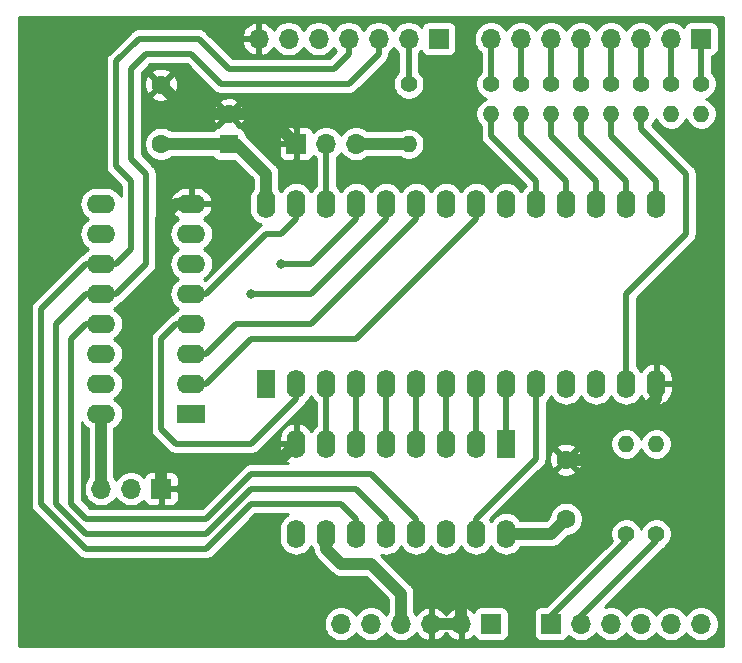
<source format=gbl>
G04 #@! TF.GenerationSoftware,KiCad,Pcbnew,(5.1.12)-1*
G04 #@! TF.CreationDate,2022-05-14T07:58:37+02:00*
G04 #@! TF.ProjectId,EPROM-Shield,4550524f-4d2d-4536-9869-656c642e6b69,rev?*
G04 #@! TF.SameCoordinates,Original*
G04 #@! TF.FileFunction,Copper,L2,Bot*
G04 #@! TF.FilePolarity,Positive*
%FSLAX46Y46*%
G04 Gerber Fmt 4.6, Leading zero omitted, Abs format (unit mm)*
G04 Created by KiCad (PCBNEW (5.1.12)-1) date 2022-05-14 07:58:37*
%MOMM*%
%LPD*%
G01*
G04 APERTURE LIST*
G04 #@! TA.AperFunction,ComponentPad*
%ADD10C,1.600000*%
G04 #@! TD*
G04 #@! TA.AperFunction,ComponentPad*
%ADD11R,1.600000X1.600000*%
G04 #@! TD*
G04 #@! TA.AperFunction,ComponentPad*
%ADD12O,1.400000X1.400000*%
G04 #@! TD*
G04 #@! TA.AperFunction,ComponentPad*
%ADD13C,1.400000*%
G04 #@! TD*
G04 #@! TA.AperFunction,ComponentPad*
%ADD14O,1.600000X2.400000*%
G04 #@! TD*
G04 #@! TA.AperFunction,ComponentPad*
%ADD15R,1.600000X2.400000*%
G04 #@! TD*
G04 #@! TA.AperFunction,ComponentPad*
%ADD16O,1.700000X1.700000*%
G04 #@! TD*
G04 #@! TA.AperFunction,ComponentPad*
%ADD17R,1.700000X1.700000*%
G04 #@! TD*
G04 #@! TA.AperFunction,ComponentPad*
%ADD18O,2.400000X1.600000*%
G04 #@! TD*
G04 #@! TA.AperFunction,ComponentPad*
%ADD19R,2.400000X1.600000*%
G04 #@! TD*
G04 #@! TA.AperFunction,ViaPad*
%ADD20C,0.800000*%
G04 #@! TD*
G04 #@! TA.AperFunction,Conductor*
%ADD21C,1.000000*%
G04 #@! TD*
G04 #@! TA.AperFunction,Conductor*
%ADD22C,0.500000*%
G04 #@! TD*
G04 #@! TA.AperFunction,Conductor*
%ADD23C,0.254000*%
G04 #@! TD*
G04 #@! TA.AperFunction,Conductor*
%ADD24C,0.100000*%
G04 #@! TD*
G04 APERTURE END LIST*
D10*
G04 #@! TO.P,C3,2*
G04 #@! TO.N,GND*
X104775000Y-77510000D03*
D11*
G04 #@! TO.P,C3,1*
G04 #@! TO.N,VCC*
X104775000Y-80010000D03*
G04 #@! TD*
D12*
G04 #@! TO.P,R1,2*
G04 #@! TO.N,VCC*
X120015000Y-80010000D03*
D13*
G04 #@! TO.P,R1,1*
G04 #@! TO.N,/_OE*
X120015000Y-74930000D03*
G04 #@! TD*
D14*
G04 #@! TO.P,U3,28*
G04 #@! TO.N,VCC*
X107950000Y-85090000D03*
G04 #@! TO.P,U3,14*
G04 #@! TO.N,GND*
X140970000Y-100330000D03*
G04 #@! TO.P,U3,27*
G04 #@! TO.N,/WE*
X110490000Y-85090000D03*
G04 #@! TO.P,U3,13*
G04 #@! TO.N,Net-(R4-Pad2)*
X138430000Y-100330000D03*
G04 #@! TO.P,U3,26*
G04 #@! TO.N,/A13*
X113030000Y-85090000D03*
G04 #@! TO.P,U3,12*
G04 #@! TO.N,Net-(R11-Pad2)*
X135890000Y-100330000D03*
G04 #@! TO.P,U3,25*
G04 #@! TO.N,/A8*
X115570000Y-85090000D03*
G04 #@! TO.P,U3,11*
G04 #@! TO.N,Net-(R10-Pad2)*
X133350000Y-100330000D03*
G04 #@! TO.P,U3,24*
G04 #@! TO.N,/A9*
X118110000Y-85090000D03*
G04 #@! TO.P,U3,10*
G04 #@! TO.N,/A0*
X130810000Y-100330000D03*
G04 #@! TO.P,U3,23*
G04 #@! TO.N,/A11*
X120650000Y-85090000D03*
G04 #@! TO.P,U3,9*
G04 #@! TO.N,/A1*
X128270000Y-100330000D03*
G04 #@! TO.P,U3,22*
G04 #@! TO.N,/OE*
X123190000Y-85090000D03*
G04 #@! TO.P,U3,8*
G04 #@! TO.N,/A2*
X125730000Y-100330000D03*
G04 #@! TO.P,U3,21*
G04 #@! TO.N,/A10*
X125730000Y-85090000D03*
G04 #@! TO.P,U3,7*
G04 #@! TO.N,/A3*
X123190000Y-100330000D03*
G04 #@! TO.P,U3,20*
G04 #@! TO.N,/CS*
X128270000Y-85090000D03*
G04 #@! TO.P,U3,6*
G04 #@! TO.N,/A4*
X120650000Y-100330000D03*
G04 #@! TO.P,U3,19*
G04 #@! TO.N,Net-(R9-Pad2)*
X130810000Y-85090000D03*
G04 #@! TO.P,U3,5*
G04 #@! TO.N,/A5*
X118110000Y-100330000D03*
G04 #@! TO.P,U3,18*
G04 #@! TO.N,Net-(R8-Pad2)*
X133350000Y-85090000D03*
G04 #@! TO.P,U3,4*
G04 #@! TO.N,/A6*
X115570000Y-100330000D03*
G04 #@! TO.P,U3,17*
G04 #@! TO.N,Net-(R7-Pad2)*
X135890000Y-85090000D03*
G04 #@! TO.P,U3,3*
G04 #@! TO.N,/A7*
X113030000Y-100330000D03*
G04 #@! TO.P,U3,16*
G04 #@! TO.N,Net-(R6-Pad2)*
X138430000Y-85090000D03*
G04 #@! TO.P,U3,2*
G04 #@! TO.N,/A12*
X110490000Y-100330000D03*
G04 #@! TO.P,U3,15*
G04 #@! TO.N,Net-(R5-Pad2)*
X140970000Y-85090000D03*
D15*
G04 #@! TO.P,U3,1*
G04 #@! TO.N,/A14*
X107950000Y-100330000D03*
G04 #@! TD*
D12*
G04 #@! TO.P,R11,2*
G04 #@! TO.N,Net-(R11-Pad2)*
X140970000Y-105410000D03*
D13*
G04 #@! TO.P,R11,1*
G04 #@! TO.N,/AD1*
X140970000Y-113030000D03*
G04 #@! TD*
D12*
G04 #@! TO.P,R10,2*
G04 #@! TO.N,Net-(R10-Pad2)*
X138430000Y-105410000D03*
D13*
G04 #@! TO.P,R10,1*
G04 #@! TO.N,/AD0*
X138430000Y-113030000D03*
G04 #@! TD*
D16*
G04 #@! TO.P,J3,8*
G04 #@! TO.N,/D7*
X127000000Y-71120000D03*
G04 #@! TO.P,J3,7*
G04 #@! TO.N,/D6*
X129540000Y-71120000D03*
G04 #@! TO.P,J3,6*
G04 #@! TO.N,/D5*
X132080000Y-71120000D03*
G04 #@! TO.P,J3,5*
G04 #@! TO.N,/D4*
X134620000Y-71120000D03*
G04 #@! TO.P,J3,4*
G04 #@! TO.N,/D3*
X137160000Y-71120000D03*
G04 #@! TO.P,J3,3*
G04 #@! TO.N,/D2*
X139700000Y-71120000D03*
G04 #@! TO.P,J3,2*
G04 #@! TO.N,/D1*
X142240000Y-71120000D03*
D17*
G04 #@! TO.P,J3,1*
G04 #@! TO.N,/D0*
X144780000Y-71120000D03*
G04 #@! TD*
D16*
G04 #@! TO.P,J4,6*
G04 #@! TO.N,N/C*
X144780000Y-120650000D03*
G04 #@! TO.P,J4,5*
X142240000Y-120650000D03*
G04 #@! TO.P,J4,4*
X139700000Y-120650000D03*
G04 #@! TO.P,J4,3*
X137160000Y-120650000D03*
G04 #@! TO.P,J4,2*
G04 #@! TO.N,/AD1*
X134620000Y-120650000D03*
D17*
G04 #@! TO.P,J4,1*
G04 #@! TO.N,/AD0*
X132080000Y-120650000D03*
G04 #@! TD*
D16*
G04 #@! TO.P,J2,6*
G04 #@! TO.N,N/C*
X114300000Y-120650000D03*
G04 #@! TO.P,J2,5*
X116840000Y-120650000D03*
G04 #@! TO.P,J2,4*
G04 #@! TO.N,VCC*
X119380000Y-120650000D03*
G04 #@! TO.P,J2,3*
G04 #@! TO.N,GND*
X121920000Y-120650000D03*
G04 #@! TO.P,J2,2*
X124460000Y-120650000D03*
D17*
G04 #@! TO.P,J2,1*
G04 #@! TO.N,N/C*
X127000000Y-120650000D03*
G04 #@! TD*
D12*
G04 #@! TO.P,R4,2*
G04 #@! TO.N,Net-(R4-Pad2)*
X139700000Y-77470000D03*
D13*
G04 #@! TO.P,R4,1*
G04 #@! TO.N,/D2*
X139700000Y-74930000D03*
G04 #@! TD*
D12*
G04 #@! TO.P,R3,2*
G04 #@! TO.N,Net-(R11-Pad2)*
X142240000Y-77470000D03*
D13*
G04 #@! TO.P,R3,1*
G04 #@! TO.N,/D1*
X142240000Y-74930000D03*
G04 #@! TD*
D12*
G04 #@! TO.P,R2,2*
G04 #@! TO.N,Net-(R10-Pad2)*
X144780000Y-77470000D03*
D13*
G04 #@! TO.P,R2,1*
G04 #@! TO.N,/D0*
X144780000Y-74930000D03*
G04 #@! TD*
D16*
G04 #@! TO.P,J1,7*
G04 #@! TO.N,GND*
X107315000Y-71120000D03*
G04 #@! TO.P,J1,6*
G04 #@! TO.N,N/C*
X109855000Y-71120000D03*
G04 #@! TO.P,J1,5*
X112395000Y-71120000D03*
G04 #@! TO.P,J1,4*
G04 #@! TO.N,/SERCLK*
X114935000Y-71120000D03*
G04 #@! TO.P,J1,3*
G04 #@! TO.N,/RCLK*
X117475000Y-71120000D03*
G04 #@! TO.P,J1,2*
G04 #@! TO.N,/_OE*
X120015000Y-71120000D03*
D17*
G04 #@! TO.P,J1,1*
G04 #@! TO.N,/SER*
X122555000Y-71120000D03*
G04 #@! TD*
D12*
G04 #@! TO.P,R6,2*
G04 #@! TO.N,Net-(R6-Pad2)*
X134620000Y-77470000D03*
D13*
G04 #@! TO.P,R6,1*
G04 #@! TO.N,/D4*
X134620000Y-74930000D03*
G04 #@! TD*
D12*
G04 #@! TO.P,R8,2*
G04 #@! TO.N,Net-(R8-Pad2)*
X129540000Y-77470000D03*
D13*
G04 #@! TO.P,R8,1*
G04 #@! TO.N,/D6*
X129540000Y-74930000D03*
G04 #@! TD*
D12*
G04 #@! TO.P,R9,2*
G04 #@! TO.N,Net-(R9-Pad2)*
X127000000Y-77470000D03*
D13*
G04 #@! TO.P,R9,1*
G04 #@! TO.N,/D7*
X127000000Y-74930000D03*
G04 #@! TD*
D12*
G04 #@! TO.P,R7,2*
G04 #@! TO.N,Net-(R7-Pad2)*
X132080000Y-77470000D03*
D13*
G04 #@! TO.P,R7,1*
G04 #@! TO.N,/D5*
X132080000Y-74930000D03*
G04 #@! TD*
D12*
G04 #@! TO.P,R5,2*
G04 #@! TO.N,Net-(R5-Pad2)*
X137160000Y-77470000D03*
D13*
G04 #@! TO.P,R5,1*
G04 #@! TO.N,/D3*
X137160000Y-74930000D03*
G04 #@! TD*
D10*
G04 #@! TO.P,C2,2*
G04 #@! TO.N,GND*
X99060000Y-75010000D03*
G04 #@! TO.P,C2,1*
G04 #@! TO.N,VCC*
X99060000Y-80010000D03*
G04 #@! TD*
G04 #@! TO.P,C1,2*
G04 #@! TO.N,GND*
X133350000Y-106760000D03*
G04 #@! TO.P,C1,1*
G04 #@! TO.N,VCC*
X133350000Y-111760000D03*
G04 #@! TD*
D14*
G04 #@! TO.P,U2,16*
G04 #@! TO.N,VCC*
X128270000Y-113030000D03*
G04 #@! TO.P,U2,8*
G04 #@! TO.N,GND*
X110490000Y-105410000D03*
G04 #@! TO.P,U2,15*
G04 #@! TO.N,/A0*
X125730000Y-113030000D03*
G04 #@! TO.P,U2,7*
G04 #@! TO.N,/A7*
X113030000Y-105410000D03*
G04 #@! TO.P,U2,14*
G04 #@! TO.N,Net-(U1-Pad9)*
X123190000Y-113030000D03*
G04 #@! TO.P,U2,6*
G04 #@! TO.N,/A6*
X115570000Y-105410000D03*
G04 #@! TO.P,U2,13*
G04 #@! TO.N,/_OE*
X120650000Y-113030000D03*
G04 #@! TO.P,U2,5*
G04 #@! TO.N,/A5*
X118110000Y-105410000D03*
G04 #@! TO.P,U2,12*
G04 #@! TO.N,/RCLK*
X118110000Y-113030000D03*
G04 #@! TO.P,U2,4*
G04 #@! TO.N,/A4*
X120650000Y-105410000D03*
G04 #@! TO.P,U2,11*
G04 #@! TO.N,/SERCLK*
X115570000Y-113030000D03*
G04 #@! TO.P,U2,3*
G04 #@! TO.N,/A3*
X123190000Y-105410000D03*
G04 #@! TO.P,U2,10*
G04 #@! TO.N,VCC*
X113030000Y-113030000D03*
G04 #@! TO.P,U2,2*
G04 #@! TO.N,/A2*
X125730000Y-105410000D03*
G04 #@! TO.P,U2,9*
G04 #@! TO.N,N/C*
X110490000Y-113030000D03*
D15*
G04 #@! TO.P,U2,1*
G04 #@! TO.N,/A1*
X128270000Y-105410000D03*
G04 #@! TD*
D18*
G04 #@! TO.P,U1,16*
G04 #@! TO.N,VCC*
X93980000Y-102870000D03*
G04 #@! TO.P,U1,8*
G04 #@! TO.N,GND*
X101600000Y-85090000D03*
G04 #@! TO.P,U1,15*
G04 #@! TO.N,/A8*
X93980000Y-100330000D03*
G04 #@! TO.P,U1,7*
G04 #@! TO.N,/CS*
X101600000Y-87630000D03*
G04 #@! TO.P,U1,14*
G04 #@! TO.N,/SER*
X93980000Y-97790000D03*
G04 #@! TO.P,U1,6*
G04 #@! TO.N,/OE*
X101600000Y-90170000D03*
G04 #@! TO.P,U1,13*
G04 #@! TO.N,/_OE*
X93980000Y-95250000D03*
G04 #@! TO.P,U1,5*
G04 #@! TO.N,/WE*
X101600000Y-92710000D03*
G04 #@! TO.P,U1,12*
G04 #@! TO.N,/RCLK*
X93980000Y-92710000D03*
G04 #@! TO.P,U1,4*
G04 #@! TO.N,/A12*
X101600000Y-95250000D03*
G04 #@! TO.P,U1,11*
G04 #@! TO.N,/SERCLK*
X93980000Y-90170000D03*
G04 #@! TO.P,U1,3*
G04 #@! TO.N,/A11*
X101600000Y-97790000D03*
G04 #@! TO.P,U1,10*
G04 #@! TO.N,VCC*
X93980000Y-87630000D03*
G04 #@! TO.P,U1,2*
G04 #@! TO.N,/A10*
X101600000Y-100330000D03*
G04 #@! TO.P,U1,9*
G04 #@! TO.N,Net-(U1-Pad9)*
X93980000Y-85090000D03*
D19*
G04 #@! TO.P,U1,1*
G04 #@! TO.N,/A9*
X101600000Y-102870000D03*
G04 #@! TD*
D16*
G04 #@! TO.P,JP2,3*
G04 #@! TO.N,VCC*
X93980000Y-109220000D03*
G04 #@! TO.P,JP2,2*
G04 #@! TO.N,/A14*
X96520000Y-109220000D03*
D17*
G04 #@! TO.P,JP2,1*
G04 #@! TO.N,GND*
X99060000Y-109220000D03*
G04 #@! TD*
D16*
G04 #@! TO.P,JP1,3*
G04 #@! TO.N,VCC*
X115570000Y-80010000D03*
G04 #@! TO.P,JP1,2*
G04 #@! TO.N,/A13*
X113030000Y-80010000D03*
D17*
G04 #@! TO.P,JP1,1*
G04 #@! TO.N,GND*
X110490000Y-80010000D03*
G04 #@! TD*
D20*
G04 #@! TO.N,/A8*
X109220000Y-90170000D03*
G04 #@! TO.N,/A9*
X106680000Y-92710000D03*
G04 #@! TD*
D21*
G04 #@! TO.N,VCC*
X93980000Y-109220000D02*
X93980000Y-102870000D01*
X132080000Y-113030000D02*
X133350000Y-111760000D01*
X128270000Y-113030000D02*
X132080000Y-113030000D01*
X119380000Y-120650000D02*
X119380000Y-118110000D01*
X119380000Y-118110000D02*
X116840000Y-115570000D01*
X116840000Y-115570000D02*
X114300000Y-115570000D01*
X114300000Y-115570000D02*
X113030000Y-114300000D01*
X113030000Y-114300000D02*
X113030000Y-113030000D01*
X115570000Y-80010000D02*
X120015000Y-80010000D01*
X107950000Y-82550000D02*
X107950000Y-85090000D01*
X107950000Y-82550000D02*
X105410000Y-80010000D01*
X105410000Y-80010000D02*
X99060000Y-80010000D01*
G04 #@! TO.N,GND*
X133350000Y-106760000D02*
X135810000Y-106760000D01*
X110490000Y-105410000D02*
X109220000Y-106680000D01*
X109220000Y-106680000D02*
X99060000Y-106680000D01*
X99060000Y-106680000D02*
X99060000Y-109220000D01*
X121920000Y-120650000D02*
X124460000Y-120650000D01*
X107990000Y-77510000D02*
X110490000Y-80010000D01*
X105410000Y-77510000D02*
X107990000Y-77510000D01*
X101600000Y-77470000D02*
X105410000Y-77510000D01*
X99060000Y-75010000D02*
X101600000Y-77470000D01*
X100330000Y-85090000D02*
X101600000Y-85090000D01*
X99060000Y-86360000D02*
X100330000Y-85090000D01*
X99060000Y-93980000D02*
X99060000Y-86360000D01*
X97790000Y-95250000D02*
X99060000Y-93980000D01*
X97790000Y-105410000D02*
X97790000Y-95250000D01*
X99060000Y-106680000D02*
X97790000Y-105410000D01*
X140970000Y-101600000D02*
X140970000Y-100330000D01*
X139700000Y-102870000D02*
X140970000Y-101600000D01*
X135890000Y-104140000D02*
X137160000Y-102870000D01*
X137160000Y-102870000D02*
X139700000Y-102870000D01*
X135890000Y-113030000D02*
X135890000Y-104140000D01*
X133350000Y-115570000D02*
X135890000Y-113030000D01*
X127000000Y-115570000D02*
X133350000Y-115570000D01*
X124460000Y-118110000D02*
X127000000Y-115570000D01*
X124460000Y-120650000D02*
X124460000Y-118110000D01*
D22*
G04 #@! TO.N,/D0*
X144780000Y-71120000D02*
X144780000Y-74930000D01*
G04 #@! TO.N,/D1*
X142240000Y-71120000D02*
X142240000Y-74930000D01*
G04 #@! TO.N,/D2*
X139700000Y-71120000D02*
X139700000Y-74930000D01*
G04 #@! TO.N,/D3*
X137160000Y-71120000D02*
X137160000Y-74930000D01*
G04 #@! TO.N,/D4*
X134620000Y-71120000D02*
X134620000Y-74930000D01*
G04 #@! TO.N,/D5*
X132080000Y-71120000D02*
X132080000Y-74930000D01*
G04 #@! TO.N,/D6*
X129540000Y-71120000D02*
X129540000Y-74930000D01*
G04 #@! TO.N,/D7*
X127000000Y-71120000D02*
X127000000Y-74930000D01*
G04 #@! TO.N,/A13*
X113030000Y-85090000D02*
X113030000Y-80010000D01*
G04 #@! TO.N,Net-(R4-Pad2)*
X139700000Y-77470000D02*
X139700000Y-78740000D01*
X139700000Y-78740000D02*
X143510000Y-82550000D01*
X143510000Y-82550000D02*
X143510000Y-87630000D01*
X143510000Y-87630000D02*
X138430000Y-92710000D01*
X138430000Y-92710000D02*
X138430000Y-100330000D01*
G04 #@! TO.N,Net-(R5-Pad2)*
X137160000Y-77470000D02*
X137160000Y-79375000D01*
X137160000Y-79375000D02*
X140970000Y-83185000D01*
X140970000Y-83185000D02*
X140970000Y-85090000D01*
G04 #@! TO.N,Net-(R6-Pad2)*
X134620000Y-77470000D02*
X134620000Y-79375000D01*
X134620000Y-79375000D02*
X138430000Y-83185000D01*
X138430000Y-83185000D02*
X138430000Y-85090000D01*
G04 #@! TO.N,Net-(R7-Pad2)*
X132080000Y-77470000D02*
X132080000Y-79375000D01*
X135890000Y-83185000D02*
X135890000Y-85090000D01*
X132080000Y-79375000D02*
X135890000Y-83185000D01*
G04 #@! TO.N,Net-(R8-Pad2)*
X129540000Y-77470000D02*
X129540000Y-79375000D01*
X133350000Y-83185000D02*
X133350000Y-85090000D01*
X129540000Y-79375000D02*
X133350000Y-83185000D01*
G04 #@! TO.N,Net-(R9-Pad2)*
X127000000Y-77470000D02*
X127000000Y-79375000D01*
X130810000Y-83185000D02*
X130810000Y-85090000D01*
X127000000Y-79375000D02*
X130810000Y-83185000D01*
G04 #@! TO.N,/A8*
X115570000Y-85090000D02*
X115570000Y-86360000D01*
X115570000Y-86360000D02*
X111760000Y-90170000D01*
X111760000Y-90170000D02*
X109220000Y-90170000D01*
G04 #@! TO.N,/WE*
X101600000Y-92710000D02*
X102870000Y-92710000D01*
X102870000Y-92710000D02*
X107950000Y-87630000D01*
X107950000Y-87630000D02*
X109220000Y-87630000D01*
X109220000Y-87630000D02*
X110490000Y-86360000D01*
X110490000Y-86360000D02*
X110490000Y-85090000D01*
G04 #@! TO.N,/A12*
X110490000Y-100330000D02*
X110490000Y-101600000D01*
X110490000Y-101600000D02*
X106680000Y-105410000D01*
X106680000Y-105410000D02*
X100330000Y-105410000D01*
X100330000Y-105410000D02*
X99060000Y-104140000D01*
X99060000Y-104140000D02*
X99060000Y-96520000D01*
X99060000Y-96520000D02*
X100330000Y-95250000D01*
X100330000Y-95250000D02*
X101600000Y-95250000D01*
G04 #@! TO.N,/A11*
X120650000Y-86360000D02*
X120650000Y-85090000D01*
X111760000Y-95250000D02*
X120650000Y-86360000D01*
X101600000Y-97790000D02*
X102870000Y-97790000D01*
X102870000Y-97790000D02*
X105410000Y-95250000D01*
X105410000Y-95250000D02*
X111760000Y-95250000D01*
G04 #@! TO.N,/A10*
X125730000Y-86360000D02*
X125730000Y-85090000D01*
X115570000Y-96520000D02*
X125730000Y-86360000D01*
X101600000Y-100330000D02*
X102870000Y-100330000D01*
X102870000Y-100330000D02*
X106680000Y-96520000D01*
X106680000Y-96520000D02*
X115570000Y-96520000D01*
G04 #@! TO.N,/A9*
X118110000Y-86360000D02*
X118110000Y-85090000D01*
X111760000Y-92710000D02*
X118110000Y-86360000D01*
X106680000Y-92710000D02*
X111760000Y-92710000D01*
G04 #@! TO.N,/A0*
X130810000Y-100330000D02*
X130810000Y-106680000D01*
X130810000Y-106680000D02*
X125730000Y-111760000D01*
X125730000Y-111760000D02*
X125730000Y-113030000D01*
G04 #@! TO.N,/A7*
X113030000Y-105410000D02*
X113030000Y-100330000D01*
G04 #@! TO.N,/A6*
X115570000Y-105410000D02*
X115570000Y-100330000D01*
G04 #@! TO.N,/A5*
X118110000Y-105410000D02*
X118110000Y-100330000D01*
G04 #@! TO.N,/A4*
X120650000Y-105410000D02*
X120650000Y-100330000D01*
G04 #@! TO.N,/A3*
X123190000Y-105410000D02*
X123190000Y-100330000D01*
G04 #@! TO.N,/A2*
X125730000Y-105410000D02*
X125730000Y-100330000D01*
G04 #@! TO.N,/A1*
X128270000Y-105410000D02*
X128270000Y-100330000D01*
G04 #@! TO.N,/_OE*
X120015000Y-74930000D02*
X120015000Y-71120000D01*
X120650000Y-111760000D02*
X120650000Y-113030000D01*
X106680000Y-107950000D02*
X116840000Y-107950000D01*
X102870000Y-111760000D02*
X106680000Y-107950000D01*
X116840000Y-107950000D02*
X120650000Y-111760000D01*
X92710000Y-111760000D02*
X102870000Y-111760000D01*
X91440000Y-110490000D02*
X92710000Y-111760000D01*
X92710000Y-95250000D02*
X91440000Y-96520000D01*
X91440000Y-96520000D02*
X91440000Y-110490000D01*
X93980000Y-95250000D02*
X92710000Y-95250000D01*
G04 #@! TO.N,/RCLK*
X92710000Y-92710000D02*
X93980000Y-92710000D01*
X90170000Y-110490000D02*
X90170000Y-95250000D01*
X92710000Y-113030000D02*
X90170000Y-110490000D01*
X106680000Y-109220000D02*
X102870000Y-113030000D01*
X115570000Y-109220000D02*
X106680000Y-109220000D01*
X102870000Y-113030000D02*
X92710000Y-113030000D01*
X118110000Y-111760000D02*
X115570000Y-109220000D01*
X90170000Y-95250000D02*
X92710000Y-92710000D01*
X118110000Y-113030000D02*
X118110000Y-111760000D01*
X97790000Y-82550000D02*
X97790000Y-90170000D01*
X96520000Y-73660000D02*
X96520000Y-81280000D01*
X97790000Y-72390000D02*
X96520000Y-73660000D01*
X95250000Y-92710000D02*
X93980000Y-92710000D01*
X97790000Y-90170000D02*
X95250000Y-92710000D01*
X101600000Y-72390000D02*
X97790000Y-72390000D01*
X104140000Y-74930000D02*
X101600000Y-72390000D01*
X114935000Y-74930000D02*
X104140000Y-74930000D01*
X117475000Y-72390000D02*
X114935000Y-74930000D01*
X96520000Y-81280000D02*
X97790000Y-82550000D01*
X117475000Y-71120000D02*
X117475000Y-72390000D01*
G04 #@! TO.N,/SERCLK*
X92710000Y-90170000D02*
X93980000Y-90170000D01*
X88900000Y-93980000D02*
X92710000Y-90170000D01*
X88900000Y-110490000D02*
X88900000Y-93980000D01*
X92710000Y-114300000D02*
X88900000Y-110490000D01*
X102870000Y-114300000D02*
X92710000Y-114300000D01*
X106680000Y-110490000D02*
X102870000Y-114300000D01*
X114300000Y-110490000D02*
X106680000Y-110490000D01*
X115570000Y-111760000D02*
X114300000Y-110490000D01*
X115570000Y-113030000D02*
X115570000Y-111760000D01*
X95250000Y-90170000D02*
X93980000Y-90170000D01*
X96520000Y-88900000D02*
X95250000Y-90170000D01*
X96520000Y-83185000D02*
X96520000Y-88900000D01*
X95250000Y-81915000D02*
X96520000Y-83185000D01*
X95250000Y-73025000D02*
X95250000Y-81915000D01*
X97155000Y-71120000D02*
X95250000Y-73025000D01*
X102235000Y-71120000D02*
X97155000Y-71120000D01*
X113665000Y-73660000D02*
X104775000Y-73660000D01*
X114935000Y-72390000D02*
X113665000Y-73660000D01*
X104775000Y-73660000D02*
X102235000Y-71120000D01*
X114935000Y-71120000D02*
X114935000Y-72390000D01*
G04 #@! TO.N,/AD1*
X140970000Y-113665000D02*
X140970000Y-113030000D01*
X134620000Y-120650000D02*
X134620000Y-120015000D01*
X134620000Y-120015000D02*
X140970000Y-113665000D01*
G04 #@! TO.N,/AD0*
X132080000Y-120650000D02*
X132080000Y-120015000D01*
X132080000Y-120015000D02*
X138430000Y-113665000D01*
X138430000Y-113665000D02*
X138430000Y-113030000D01*
G04 #@! TD*
D23*
G04 #@! TO.N,GND*
X146635001Y-122505000D02*
X87045000Y-122505000D01*
X87045000Y-93980000D01*
X88010719Y-93980000D01*
X88015001Y-94023479D01*
X88015000Y-110446531D01*
X88010719Y-110490000D01*
X88015000Y-110533469D01*
X88015000Y-110533476D01*
X88027805Y-110663489D01*
X88078411Y-110830312D01*
X88160589Y-110984058D01*
X88271183Y-111118817D01*
X88304956Y-111146534D01*
X92053470Y-114895049D01*
X92081183Y-114928817D01*
X92114951Y-114956530D01*
X92114953Y-114956532D01*
X92215941Y-115039411D01*
X92369686Y-115121589D01*
X92536510Y-115172195D01*
X92666523Y-115185000D01*
X92666531Y-115185000D01*
X92710000Y-115189281D01*
X92753469Y-115185000D01*
X102826531Y-115185000D01*
X102870000Y-115189281D01*
X102913469Y-115185000D01*
X102913477Y-115185000D01*
X103043490Y-115172195D01*
X103210313Y-115121589D01*
X103364059Y-115039411D01*
X103498817Y-114928817D01*
X103526534Y-114895044D01*
X107046579Y-111375000D01*
X109793796Y-111375000D01*
X109688900Y-111431068D01*
X109470393Y-111610392D01*
X109291068Y-111828899D01*
X109157818Y-112078192D01*
X109075764Y-112348691D01*
X109055000Y-112559508D01*
X109055000Y-113500491D01*
X109075764Y-113711308D01*
X109157818Y-113981807D01*
X109291068Y-114231100D01*
X109470392Y-114449607D01*
X109688899Y-114628932D01*
X109938192Y-114762182D01*
X110208691Y-114844236D01*
X110490000Y-114871943D01*
X110771308Y-114844236D01*
X111041807Y-114762182D01*
X111291100Y-114628932D01*
X111509607Y-114449608D01*
X111688932Y-114231101D01*
X111760000Y-114098142D01*
X111831068Y-114231100D01*
X111889768Y-114302626D01*
X111895000Y-114355751D01*
X111911423Y-114522498D01*
X111976324Y-114736446D01*
X112081716Y-114933623D01*
X112223551Y-115106449D01*
X112266865Y-115141996D01*
X113458008Y-116333140D01*
X113493551Y-116376449D01*
X113666377Y-116518284D01*
X113863553Y-116623676D01*
X114027705Y-116673471D01*
X114077500Y-116688577D01*
X114098493Y-116690644D01*
X114244248Y-116705000D01*
X114244255Y-116705000D01*
X114299999Y-116710490D01*
X114355743Y-116705000D01*
X116369869Y-116705000D01*
X118245001Y-118580133D01*
X118245000Y-119684893D01*
X118226525Y-119703368D01*
X118110000Y-119877760D01*
X117993475Y-119703368D01*
X117786632Y-119496525D01*
X117543411Y-119334010D01*
X117273158Y-119222068D01*
X116986260Y-119165000D01*
X116693740Y-119165000D01*
X116406842Y-119222068D01*
X116136589Y-119334010D01*
X115893368Y-119496525D01*
X115686525Y-119703368D01*
X115570000Y-119877760D01*
X115453475Y-119703368D01*
X115246632Y-119496525D01*
X115003411Y-119334010D01*
X114733158Y-119222068D01*
X114446260Y-119165000D01*
X114153740Y-119165000D01*
X113866842Y-119222068D01*
X113596589Y-119334010D01*
X113353368Y-119496525D01*
X113146525Y-119703368D01*
X112984010Y-119946589D01*
X112872068Y-120216842D01*
X112815000Y-120503740D01*
X112815000Y-120796260D01*
X112872068Y-121083158D01*
X112984010Y-121353411D01*
X113146525Y-121596632D01*
X113353368Y-121803475D01*
X113596589Y-121965990D01*
X113866842Y-122077932D01*
X114153740Y-122135000D01*
X114446260Y-122135000D01*
X114733158Y-122077932D01*
X115003411Y-121965990D01*
X115246632Y-121803475D01*
X115453475Y-121596632D01*
X115570000Y-121422240D01*
X115686525Y-121596632D01*
X115893368Y-121803475D01*
X116136589Y-121965990D01*
X116406842Y-122077932D01*
X116693740Y-122135000D01*
X116986260Y-122135000D01*
X117273158Y-122077932D01*
X117543411Y-121965990D01*
X117786632Y-121803475D01*
X117993475Y-121596632D01*
X118110000Y-121422240D01*
X118226525Y-121596632D01*
X118433368Y-121803475D01*
X118676589Y-121965990D01*
X118946842Y-122077932D01*
X119233740Y-122135000D01*
X119526260Y-122135000D01*
X119813158Y-122077932D01*
X120083411Y-121965990D01*
X120326632Y-121803475D01*
X120533475Y-121596632D01*
X120655195Y-121414466D01*
X120724822Y-121531355D01*
X120919731Y-121747588D01*
X121153080Y-121921641D01*
X121415901Y-122046825D01*
X121563110Y-122091476D01*
X121793000Y-121970155D01*
X121793000Y-120777000D01*
X122047000Y-120777000D01*
X122047000Y-121970155D01*
X122276890Y-122091476D01*
X122424099Y-122046825D01*
X122686920Y-121921641D01*
X122920269Y-121747588D01*
X123115178Y-121531355D01*
X123190000Y-121405745D01*
X123264822Y-121531355D01*
X123459731Y-121747588D01*
X123693080Y-121921641D01*
X123955901Y-122046825D01*
X124103110Y-122091476D01*
X124333000Y-121970155D01*
X124333000Y-120777000D01*
X122047000Y-120777000D01*
X121793000Y-120777000D01*
X121773000Y-120777000D01*
X121773000Y-120523000D01*
X121793000Y-120523000D01*
X121793000Y-119329845D01*
X122047000Y-119329845D01*
X122047000Y-120523000D01*
X124333000Y-120523000D01*
X124333000Y-119329845D01*
X124587000Y-119329845D01*
X124587000Y-120523000D01*
X124607000Y-120523000D01*
X124607000Y-120777000D01*
X124587000Y-120777000D01*
X124587000Y-121970155D01*
X124816890Y-122091476D01*
X124964099Y-122046825D01*
X125226920Y-121921641D01*
X125460269Y-121747588D01*
X125536034Y-121663534D01*
X125560498Y-121744180D01*
X125619463Y-121854494D01*
X125698815Y-121951185D01*
X125795506Y-122030537D01*
X125905820Y-122089502D01*
X126025518Y-122125812D01*
X126150000Y-122138072D01*
X127850000Y-122138072D01*
X127974482Y-122125812D01*
X128094180Y-122089502D01*
X128204494Y-122030537D01*
X128301185Y-121951185D01*
X128380537Y-121854494D01*
X128439502Y-121744180D01*
X128475812Y-121624482D01*
X128488072Y-121500000D01*
X128488072Y-119800000D01*
X130591928Y-119800000D01*
X130591928Y-121500000D01*
X130604188Y-121624482D01*
X130640498Y-121744180D01*
X130699463Y-121854494D01*
X130778815Y-121951185D01*
X130875506Y-122030537D01*
X130985820Y-122089502D01*
X131105518Y-122125812D01*
X131230000Y-122138072D01*
X132930000Y-122138072D01*
X133054482Y-122125812D01*
X133174180Y-122089502D01*
X133284494Y-122030537D01*
X133381185Y-121951185D01*
X133460537Y-121854494D01*
X133519502Y-121744180D01*
X133541513Y-121671620D01*
X133673368Y-121803475D01*
X133916589Y-121965990D01*
X134186842Y-122077932D01*
X134473740Y-122135000D01*
X134766260Y-122135000D01*
X135053158Y-122077932D01*
X135323411Y-121965990D01*
X135566632Y-121803475D01*
X135773475Y-121596632D01*
X135890000Y-121422240D01*
X136006525Y-121596632D01*
X136213368Y-121803475D01*
X136456589Y-121965990D01*
X136726842Y-122077932D01*
X137013740Y-122135000D01*
X137306260Y-122135000D01*
X137593158Y-122077932D01*
X137863411Y-121965990D01*
X138106632Y-121803475D01*
X138313475Y-121596632D01*
X138430000Y-121422240D01*
X138546525Y-121596632D01*
X138753368Y-121803475D01*
X138996589Y-121965990D01*
X139266842Y-122077932D01*
X139553740Y-122135000D01*
X139846260Y-122135000D01*
X140133158Y-122077932D01*
X140403411Y-121965990D01*
X140646632Y-121803475D01*
X140853475Y-121596632D01*
X140970000Y-121422240D01*
X141086525Y-121596632D01*
X141293368Y-121803475D01*
X141536589Y-121965990D01*
X141806842Y-122077932D01*
X142093740Y-122135000D01*
X142386260Y-122135000D01*
X142673158Y-122077932D01*
X142943411Y-121965990D01*
X143186632Y-121803475D01*
X143393475Y-121596632D01*
X143510000Y-121422240D01*
X143626525Y-121596632D01*
X143833368Y-121803475D01*
X144076589Y-121965990D01*
X144346842Y-122077932D01*
X144633740Y-122135000D01*
X144926260Y-122135000D01*
X145213158Y-122077932D01*
X145483411Y-121965990D01*
X145726632Y-121803475D01*
X145933475Y-121596632D01*
X146095990Y-121353411D01*
X146207932Y-121083158D01*
X146265000Y-120796260D01*
X146265000Y-120503740D01*
X146207932Y-120216842D01*
X146095990Y-119946589D01*
X145933475Y-119703368D01*
X145726632Y-119496525D01*
X145483411Y-119334010D01*
X145213158Y-119222068D01*
X144926260Y-119165000D01*
X144633740Y-119165000D01*
X144346842Y-119222068D01*
X144076589Y-119334010D01*
X143833368Y-119496525D01*
X143626525Y-119703368D01*
X143510000Y-119877760D01*
X143393475Y-119703368D01*
X143186632Y-119496525D01*
X142943411Y-119334010D01*
X142673158Y-119222068D01*
X142386260Y-119165000D01*
X142093740Y-119165000D01*
X141806842Y-119222068D01*
X141536589Y-119334010D01*
X141293368Y-119496525D01*
X141086525Y-119703368D01*
X140970000Y-119877760D01*
X140853475Y-119703368D01*
X140646632Y-119496525D01*
X140403411Y-119334010D01*
X140133158Y-119222068D01*
X139846260Y-119165000D01*
X139553740Y-119165000D01*
X139266842Y-119222068D01*
X138996589Y-119334010D01*
X138753368Y-119496525D01*
X138546525Y-119703368D01*
X138430000Y-119877760D01*
X138313475Y-119703368D01*
X138106632Y-119496525D01*
X137863411Y-119334010D01*
X137593158Y-119222068D01*
X137306260Y-119165000D01*
X137013740Y-119165000D01*
X136726842Y-119222068D01*
X136620435Y-119266143D01*
X141565051Y-114321528D01*
X141598817Y-114293817D01*
X141709411Y-114159059D01*
X141723984Y-114131794D01*
X141821013Y-114066962D01*
X142006962Y-113881013D01*
X142153061Y-113662359D01*
X142253696Y-113419405D01*
X142305000Y-113161486D01*
X142305000Y-112898514D01*
X142253696Y-112640595D01*
X142153061Y-112397641D01*
X142006962Y-112178987D01*
X141821013Y-111993038D01*
X141602359Y-111846939D01*
X141359405Y-111746304D01*
X141101486Y-111695000D01*
X140838514Y-111695000D01*
X140580595Y-111746304D01*
X140337641Y-111846939D01*
X140118987Y-111993038D01*
X139933038Y-112178987D01*
X139786939Y-112397641D01*
X139700000Y-112607530D01*
X139613061Y-112397641D01*
X139466962Y-112178987D01*
X139281013Y-111993038D01*
X139062359Y-111846939D01*
X138819405Y-111746304D01*
X138561486Y-111695000D01*
X138298514Y-111695000D01*
X138040595Y-111746304D01*
X137797641Y-111846939D01*
X137578987Y-111993038D01*
X137393038Y-112178987D01*
X137246939Y-112397641D01*
X137146304Y-112640595D01*
X137095000Y-112898514D01*
X137095000Y-113161486D01*
X137146304Y-113419405D01*
X137227644Y-113615777D01*
X131681494Y-119161928D01*
X131230000Y-119161928D01*
X131105518Y-119174188D01*
X130985820Y-119210498D01*
X130875506Y-119269463D01*
X130778815Y-119348815D01*
X130699463Y-119445506D01*
X130640498Y-119555820D01*
X130604188Y-119675518D01*
X130591928Y-119800000D01*
X128488072Y-119800000D01*
X128475812Y-119675518D01*
X128439502Y-119555820D01*
X128380537Y-119445506D01*
X128301185Y-119348815D01*
X128204494Y-119269463D01*
X128094180Y-119210498D01*
X127974482Y-119174188D01*
X127850000Y-119161928D01*
X126150000Y-119161928D01*
X126025518Y-119174188D01*
X125905820Y-119210498D01*
X125795506Y-119269463D01*
X125698815Y-119348815D01*
X125619463Y-119445506D01*
X125560498Y-119555820D01*
X125536034Y-119636466D01*
X125460269Y-119552412D01*
X125226920Y-119378359D01*
X124964099Y-119253175D01*
X124816890Y-119208524D01*
X124587000Y-119329845D01*
X124333000Y-119329845D01*
X124103110Y-119208524D01*
X123955901Y-119253175D01*
X123693080Y-119378359D01*
X123459731Y-119552412D01*
X123264822Y-119768645D01*
X123190000Y-119894255D01*
X123115178Y-119768645D01*
X122920269Y-119552412D01*
X122686920Y-119378359D01*
X122424099Y-119253175D01*
X122276890Y-119208524D01*
X122047000Y-119329845D01*
X121793000Y-119329845D01*
X121563110Y-119208524D01*
X121415901Y-119253175D01*
X121153080Y-119378359D01*
X120919731Y-119552412D01*
X120724822Y-119768645D01*
X120655195Y-119885534D01*
X120533475Y-119703368D01*
X120515000Y-119684893D01*
X120515000Y-118165741D01*
X120520490Y-118109999D01*
X120515000Y-118054257D01*
X120515000Y-118054248D01*
X120498577Y-117887501D01*
X120433676Y-117673553D01*
X120328284Y-117476377D01*
X120186449Y-117303551D01*
X120143141Y-117268009D01*
X117681996Y-114806865D01*
X117674207Y-114797374D01*
X117828691Y-114844236D01*
X118110000Y-114871943D01*
X118391308Y-114844236D01*
X118661807Y-114762182D01*
X118911100Y-114628932D01*
X119129607Y-114449608D01*
X119308932Y-114231101D01*
X119380000Y-114098142D01*
X119451068Y-114231100D01*
X119630392Y-114449607D01*
X119848899Y-114628932D01*
X120098192Y-114762182D01*
X120368691Y-114844236D01*
X120650000Y-114871943D01*
X120931308Y-114844236D01*
X121201807Y-114762182D01*
X121451100Y-114628932D01*
X121669607Y-114449608D01*
X121848932Y-114231101D01*
X121920000Y-114098142D01*
X121991068Y-114231100D01*
X122170392Y-114449607D01*
X122388899Y-114628932D01*
X122638192Y-114762182D01*
X122908691Y-114844236D01*
X123190000Y-114871943D01*
X123471308Y-114844236D01*
X123741807Y-114762182D01*
X123991100Y-114628932D01*
X124209607Y-114449608D01*
X124388932Y-114231101D01*
X124460000Y-114098142D01*
X124531068Y-114231100D01*
X124710392Y-114449607D01*
X124928899Y-114628932D01*
X125178192Y-114762182D01*
X125448691Y-114844236D01*
X125730000Y-114871943D01*
X126011308Y-114844236D01*
X126281807Y-114762182D01*
X126531100Y-114628932D01*
X126749607Y-114449608D01*
X126928932Y-114231101D01*
X127000000Y-114098142D01*
X127071068Y-114231100D01*
X127250392Y-114449607D01*
X127468899Y-114628932D01*
X127718192Y-114762182D01*
X127988691Y-114844236D01*
X128270000Y-114871943D01*
X128551308Y-114844236D01*
X128821807Y-114762182D01*
X129071100Y-114628932D01*
X129289607Y-114449608D01*
X129468932Y-114231101D01*
X129504264Y-114165000D01*
X132024249Y-114165000D01*
X132080000Y-114170491D01*
X132135751Y-114165000D01*
X132135752Y-114165000D01*
X132302499Y-114148577D01*
X132516447Y-114083676D01*
X132713623Y-113978284D01*
X132886449Y-113836449D01*
X132921996Y-113793135D01*
X133527282Y-113187850D01*
X133768574Y-113139853D01*
X134029727Y-113031680D01*
X134264759Y-112874637D01*
X134464637Y-112674759D01*
X134621680Y-112439727D01*
X134729853Y-112178574D01*
X134785000Y-111901335D01*
X134785000Y-111618665D01*
X134729853Y-111341426D01*
X134621680Y-111080273D01*
X134464637Y-110845241D01*
X134264759Y-110645363D01*
X134029727Y-110488320D01*
X133768574Y-110380147D01*
X133491335Y-110325000D01*
X133208665Y-110325000D01*
X132931426Y-110380147D01*
X132670273Y-110488320D01*
X132435241Y-110645363D01*
X132235363Y-110845241D01*
X132078320Y-111080273D01*
X131970147Y-111341426D01*
X131922150Y-111582718D01*
X131609869Y-111895000D01*
X129504264Y-111895000D01*
X129468932Y-111828899D01*
X129289608Y-111610392D01*
X129071101Y-111431068D01*
X128821808Y-111297818D01*
X128551309Y-111215764D01*
X128270000Y-111188057D01*
X127988692Y-111215764D01*
X127718193Y-111297818D01*
X127468900Y-111431068D01*
X127250393Y-111610392D01*
X127071068Y-111828899D01*
X127000000Y-111961858D01*
X126928932Y-111828899D01*
X126921606Y-111819972D01*
X130988876Y-107752702D01*
X132536903Y-107752702D01*
X132608486Y-107996671D01*
X132863996Y-108117571D01*
X133138184Y-108186300D01*
X133420512Y-108200217D01*
X133700130Y-108158787D01*
X133966292Y-108063603D01*
X134091514Y-107996671D01*
X134163097Y-107752702D01*
X133350000Y-106939605D01*
X132536903Y-107752702D01*
X130988876Y-107752702D01*
X131405049Y-107336530D01*
X131438817Y-107308817D01*
X131508232Y-107224236D01*
X131549411Y-107174059D01*
X131567329Y-107140537D01*
X131631589Y-107020313D01*
X131682195Y-106853490D01*
X131684458Y-106830512D01*
X131909783Y-106830512D01*
X131951213Y-107110130D01*
X132046397Y-107376292D01*
X132113329Y-107501514D01*
X132357298Y-107573097D01*
X133170395Y-106760000D01*
X133529605Y-106760000D01*
X134342702Y-107573097D01*
X134586671Y-107501514D01*
X134707571Y-107246004D01*
X134776300Y-106971816D01*
X134790217Y-106689488D01*
X134748787Y-106409870D01*
X134653603Y-106143708D01*
X134586671Y-106018486D01*
X134342702Y-105946903D01*
X133529605Y-106760000D01*
X133170395Y-106760000D01*
X132357298Y-105946903D01*
X132113329Y-106018486D01*
X131992429Y-106273996D01*
X131923700Y-106548184D01*
X131909783Y-106830512D01*
X131684458Y-106830512D01*
X131695000Y-106723477D01*
X131695000Y-106723469D01*
X131699281Y-106680000D01*
X131695000Y-106636531D01*
X131695000Y-105767298D01*
X132536903Y-105767298D01*
X133350000Y-106580395D01*
X134163097Y-105767298D01*
X134091514Y-105523329D01*
X133836004Y-105402429D01*
X133561816Y-105333700D01*
X133279488Y-105319783D01*
X132999870Y-105361213D01*
X132733708Y-105456397D01*
X132608486Y-105523329D01*
X132536903Y-105767298D01*
X131695000Y-105767298D01*
X131695000Y-105278514D01*
X137095000Y-105278514D01*
X137095000Y-105541486D01*
X137146304Y-105799405D01*
X137246939Y-106042359D01*
X137393038Y-106261013D01*
X137578987Y-106446962D01*
X137797641Y-106593061D01*
X138040595Y-106693696D01*
X138298514Y-106745000D01*
X138561486Y-106745000D01*
X138819405Y-106693696D01*
X139062359Y-106593061D01*
X139281013Y-106446962D01*
X139466962Y-106261013D01*
X139613061Y-106042359D01*
X139700000Y-105832470D01*
X139786939Y-106042359D01*
X139933038Y-106261013D01*
X140118987Y-106446962D01*
X140337641Y-106593061D01*
X140580595Y-106693696D01*
X140838514Y-106745000D01*
X141101486Y-106745000D01*
X141359405Y-106693696D01*
X141602359Y-106593061D01*
X141821013Y-106446962D01*
X142006962Y-106261013D01*
X142153061Y-106042359D01*
X142253696Y-105799405D01*
X142305000Y-105541486D01*
X142305000Y-105278514D01*
X142253696Y-105020595D01*
X142153061Y-104777641D01*
X142006962Y-104558987D01*
X141821013Y-104373038D01*
X141602359Y-104226939D01*
X141359405Y-104126304D01*
X141101486Y-104075000D01*
X140838514Y-104075000D01*
X140580595Y-104126304D01*
X140337641Y-104226939D01*
X140118987Y-104373038D01*
X139933038Y-104558987D01*
X139786939Y-104777641D01*
X139700000Y-104987530D01*
X139613061Y-104777641D01*
X139466962Y-104558987D01*
X139281013Y-104373038D01*
X139062359Y-104226939D01*
X138819405Y-104126304D01*
X138561486Y-104075000D01*
X138298514Y-104075000D01*
X138040595Y-104126304D01*
X137797641Y-104226939D01*
X137578987Y-104373038D01*
X137393038Y-104558987D01*
X137246939Y-104777641D01*
X137146304Y-105020595D01*
X137095000Y-105278514D01*
X131695000Y-105278514D01*
X131695000Y-101860078D01*
X131829608Y-101749608D01*
X132008932Y-101531101D01*
X132080000Y-101398142D01*
X132151068Y-101531101D01*
X132330393Y-101749608D01*
X132548900Y-101928932D01*
X132798193Y-102062182D01*
X133068692Y-102144236D01*
X133350000Y-102171943D01*
X133631309Y-102144236D01*
X133901808Y-102062182D01*
X134151101Y-101928932D01*
X134369608Y-101749608D01*
X134548932Y-101531101D01*
X134620000Y-101398142D01*
X134691068Y-101531101D01*
X134870393Y-101749608D01*
X135088900Y-101928932D01*
X135338193Y-102062182D01*
X135608692Y-102144236D01*
X135890000Y-102171943D01*
X136171309Y-102144236D01*
X136441808Y-102062182D01*
X136691101Y-101928932D01*
X136909608Y-101749608D01*
X137088932Y-101531101D01*
X137160000Y-101398142D01*
X137231068Y-101531101D01*
X137410393Y-101749608D01*
X137628900Y-101928932D01*
X137878193Y-102062182D01*
X138148692Y-102144236D01*
X138430000Y-102171943D01*
X138711309Y-102144236D01*
X138981808Y-102062182D01*
X139231101Y-101928932D01*
X139449608Y-101749608D01*
X139628932Y-101531101D01*
X139697265Y-101403259D01*
X139847399Y-101632839D01*
X140045105Y-101834500D01*
X140278354Y-101993715D01*
X140538182Y-102104367D01*
X140620961Y-102121904D01*
X140843000Y-101999915D01*
X140843000Y-100457000D01*
X141097000Y-100457000D01*
X141097000Y-101999915D01*
X141319039Y-102121904D01*
X141401818Y-102104367D01*
X141661646Y-101993715D01*
X141894895Y-101834500D01*
X142092601Y-101632839D01*
X142247166Y-101396483D01*
X142352650Y-101134514D01*
X142405000Y-100857000D01*
X142405000Y-100457000D01*
X141097000Y-100457000D01*
X140843000Y-100457000D01*
X140823000Y-100457000D01*
X140823000Y-100203000D01*
X140843000Y-100203000D01*
X140843000Y-98660085D01*
X141097000Y-98660085D01*
X141097000Y-100203000D01*
X142405000Y-100203000D01*
X142405000Y-99803000D01*
X142352650Y-99525486D01*
X142247166Y-99263517D01*
X142092601Y-99027161D01*
X141894895Y-98825500D01*
X141661646Y-98666285D01*
X141401818Y-98555633D01*
X141319039Y-98538096D01*
X141097000Y-98660085D01*
X140843000Y-98660085D01*
X140620961Y-98538096D01*
X140538182Y-98555633D01*
X140278354Y-98666285D01*
X140045105Y-98825500D01*
X139847399Y-99027161D01*
X139697265Y-99256741D01*
X139628932Y-99128899D01*
X139449607Y-98910392D01*
X139315000Y-98799923D01*
X139315000Y-93076578D01*
X144105049Y-88286530D01*
X144138817Y-88258817D01*
X144249411Y-88124059D01*
X144331589Y-87970313D01*
X144382195Y-87803490D01*
X144395000Y-87673477D01*
X144395000Y-87673469D01*
X144399281Y-87630000D01*
X144395000Y-87586531D01*
X144395000Y-82593469D01*
X144399281Y-82550000D01*
X144395000Y-82506531D01*
X144395000Y-82506523D01*
X144382195Y-82376510D01*
X144345430Y-82255313D01*
X144331589Y-82209686D01*
X144249411Y-82055941D01*
X144166532Y-81954953D01*
X144166530Y-81954951D01*
X144138817Y-81921183D01*
X144105050Y-81893471D01*
X140634777Y-78423198D01*
X140736962Y-78321013D01*
X140883061Y-78102359D01*
X140970000Y-77892470D01*
X141056939Y-78102359D01*
X141203038Y-78321013D01*
X141388987Y-78506962D01*
X141607641Y-78653061D01*
X141850595Y-78753696D01*
X142108514Y-78805000D01*
X142371486Y-78805000D01*
X142629405Y-78753696D01*
X142872359Y-78653061D01*
X143091013Y-78506962D01*
X143276962Y-78321013D01*
X143423061Y-78102359D01*
X143510000Y-77892470D01*
X143596939Y-78102359D01*
X143743038Y-78321013D01*
X143928987Y-78506962D01*
X144147641Y-78653061D01*
X144390595Y-78753696D01*
X144648514Y-78805000D01*
X144911486Y-78805000D01*
X145169405Y-78753696D01*
X145412359Y-78653061D01*
X145631013Y-78506962D01*
X145816962Y-78321013D01*
X145963061Y-78102359D01*
X146063696Y-77859405D01*
X146115000Y-77601486D01*
X146115000Y-77338514D01*
X146063696Y-77080595D01*
X145963061Y-76837641D01*
X145816962Y-76618987D01*
X145631013Y-76433038D01*
X145412359Y-76286939D01*
X145202470Y-76200000D01*
X145412359Y-76113061D01*
X145631013Y-75966962D01*
X145816962Y-75781013D01*
X145963061Y-75562359D01*
X146063696Y-75319405D01*
X146115000Y-75061486D01*
X146115000Y-74798514D01*
X146063696Y-74540595D01*
X145963061Y-74297641D01*
X145816962Y-74078987D01*
X145665000Y-73927025D01*
X145665000Y-72604625D01*
X145754482Y-72595812D01*
X145874180Y-72559502D01*
X145984494Y-72500537D01*
X146081185Y-72421185D01*
X146160537Y-72324494D01*
X146219502Y-72214180D01*
X146255812Y-72094482D01*
X146268072Y-71970000D01*
X146268072Y-70270000D01*
X146255812Y-70145518D01*
X146219502Y-70025820D01*
X146160537Y-69915506D01*
X146081185Y-69818815D01*
X145984494Y-69739463D01*
X145874180Y-69680498D01*
X145754482Y-69644188D01*
X145630000Y-69631928D01*
X143930000Y-69631928D01*
X143805518Y-69644188D01*
X143685820Y-69680498D01*
X143575506Y-69739463D01*
X143478815Y-69818815D01*
X143399463Y-69915506D01*
X143340498Y-70025820D01*
X143318487Y-70098380D01*
X143186632Y-69966525D01*
X142943411Y-69804010D01*
X142673158Y-69692068D01*
X142386260Y-69635000D01*
X142093740Y-69635000D01*
X141806842Y-69692068D01*
X141536589Y-69804010D01*
X141293368Y-69966525D01*
X141086525Y-70173368D01*
X140970000Y-70347760D01*
X140853475Y-70173368D01*
X140646632Y-69966525D01*
X140403411Y-69804010D01*
X140133158Y-69692068D01*
X139846260Y-69635000D01*
X139553740Y-69635000D01*
X139266842Y-69692068D01*
X138996589Y-69804010D01*
X138753368Y-69966525D01*
X138546525Y-70173368D01*
X138430000Y-70347760D01*
X138313475Y-70173368D01*
X138106632Y-69966525D01*
X137863411Y-69804010D01*
X137593158Y-69692068D01*
X137306260Y-69635000D01*
X137013740Y-69635000D01*
X136726842Y-69692068D01*
X136456589Y-69804010D01*
X136213368Y-69966525D01*
X136006525Y-70173368D01*
X135890000Y-70347760D01*
X135773475Y-70173368D01*
X135566632Y-69966525D01*
X135323411Y-69804010D01*
X135053158Y-69692068D01*
X134766260Y-69635000D01*
X134473740Y-69635000D01*
X134186842Y-69692068D01*
X133916589Y-69804010D01*
X133673368Y-69966525D01*
X133466525Y-70173368D01*
X133350000Y-70347760D01*
X133233475Y-70173368D01*
X133026632Y-69966525D01*
X132783411Y-69804010D01*
X132513158Y-69692068D01*
X132226260Y-69635000D01*
X131933740Y-69635000D01*
X131646842Y-69692068D01*
X131376589Y-69804010D01*
X131133368Y-69966525D01*
X130926525Y-70173368D01*
X130810000Y-70347760D01*
X130693475Y-70173368D01*
X130486632Y-69966525D01*
X130243411Y-69804010D01*
X129973158Y-69692068D01*
X129686260Y-69635000D01*
X129393740Y-69635000D01*
X129106842Y-69692068D01*
X128836589Y-69804010D01*
X128593368Y-69966525D01*
X128386525Y-70173368D01*
X128270000Y-70347760D01*
X128153475Y-70173368D01*
X127946632Y-69966525D01*
X127703411Y-69804010D01*
X127433158Y-69692068D01*
X127146260Y-69635000D01*
X126853740Y-69635000D01*
X126566842Y-69692068D01*
X126296589Y-69804010D01*
X126053368Y-69966525D01*
X125846525Y-70173368D01*
X125684010Y-70416589D01*
X125572068Y-70686842D01*
X125515000Y-70973740D01*
X125515000Y-71266260D01*
X125572068Y-71553158D01*
X125684010Y-71823411D01*
X125846525Y-72066632D01*
X126053368Y-72273475D01*
X126115000Y-72314656D01*
X126115001Y-73927024D01*
X125963038Y-74078987D01*
X125816939Y-74297641D01*
X125716304Y-74540595D01*
X125665000Y-74798514D01*
X125665000Y-75061486D01*
X125716304Y-75319405D01*
X125816939Y-75562359D01*
X125963038Y-75781013D01*
X126148987Y-75966962D01*
X126367641Y-76113061D01*
X126577530Y-76200000D01*
X126367641Y-76286939D01*
X126148987Y-76433038D01*
X125963038Y-76618987D01*
X125816939Y-76837641D01*
X125716304Y-77080595D01*
X125665000Y-77338514D01*
X125665000Y-77601486D01*
X125716304Y-77859405D01*
X125816939Y-78102359D01*
X125963038Y-78321013D01*
X126115001Y-78472976D01*
X126115001Y-79331521D01*
X126110719Y-79375000D01*
X126127805Y-79548490D01*
X126178412Y-79715313D01*
X126260590Y-79869059D01*
X126343468Y-79970046D01*
X126343471Y-79970049D01*
X126371184Y-80003817D01*
X126404951Y-80031530D01*
X129925000Y-83551579D01*
X129925000Y-83559922D01*
X129790392Y-83670393D01*
X129611068Y-83888900D01*
X129540000Y-84021858D01*
X129468932Y-83888899D01*
X129289607Y-83670392D01*
X129071100Y-83491068D01*
X128821807Y-83357818D01*
X128551308Y-83275764D01*
X128270000Y-83248057D01*
X127988691Y-83275764D01*
X127718192Y-83357818D01*
X127468899Y-83491068D01*
X127250392Y-83670393D01*
X127071068Y-83888900D01*
X127000000Y-84021858D01*
X126928932Y-83888899D01*
X126749607Y-83670392D01*
X126531100Y-83491068D01*
X126281807Y-83357818D01*
X126011308Y-83275764D01*
X125730000Y-83248057D01*
X125448691Y-83275764D01*
X125178192Y-83357818D01*
X124928899Y-83491068D01*
X124710392Y-83670393D01*
X124531068Y-83888900D01*
X124460000Y-84021858D01*
X124388932Y-83888899D01*
X124209607Y-83670392D01*
X123991100Y-83491068D01*
X123741807Y-83357818D01*
X123471308Y-83275764D01*
X123190000Y-83248057D01*
X122908691Y-83275764D01*
X122638192Y-83357818D01*
X122388899Y-83491068D01*
X122170392Y-83670393D01*
X121991068Y-83888900D01*
X121920000Y-84021858D01*
X121848932Y-83888899D01*
X121669607Y-83670392D01*
X121451100Y-83491068D01*
X121201807Y-83357818D01*
X120931308Y-83275764D01*
X120650000Y-83248057D01*
X120368691Y-83275764D01*
X120098192Y-83357818D01*
X119848899Y-83491068D01*
X119630392Y-83670393D01*
X119451068Y-83888900D01*
X119380000Y-84021858D01*
X119308932Y-83888899D01*
X119129607Y-83670392D01*
X118911100Y-83491068D01*
X118661807Y-83357818D01*
X118391308Y-83275764D01*
X118110000Y-83248057D01*
X117828691Y-83275764D01*
X117558192Y-83357818D01*
X117308899Y-83491068D01*
X117090392Y-83670393D01*
X116911068Y-83888900D01*
X116840000Y-84021858D01*
X116768932Y-83888899D01*
X116589607Y-83670392D01*
X116371100Y-83491068D01*
X116121807Y-83357818D01*
X115851308Y-83275764D01*
X115570000Y-83248057D01*
X115288691Y-83275764D01*
X115018192Y-83357818D01*
X114768899Y-83491068D01*
X114550392Y-83670393D01*
X114371068Y-83888900D01*
X114300000Y-84021858D01*
X114228932Y-83888899D01*
X114049607Y-83670392D01*
X113915000Y-83559923D01*
X113915000Y-81204656D01*
X113976632Y-81163475D01*
X114183475Y-80956632D01*
X114300000Y-80782240D01*
X114416525Y-80956632D01*
X114623368Y-81163475D01*
X114866589Y-81325990D01*
X115136842Y-81437932D01*
X115423740Y-81495000D01*
X115716260Y-81495000D01*
X116003158Y-81437932D01*
X116273411Y-81325990D01*
X116516632Y-81163475D01*
X116535107Y-81145000D01*
X119310712Y-81145000D01*
X119382641Y-81193061D01*
X119625595Y-81293696D01*
X119883514Y-81345000D01*
X120146486Y-81345000D01*
X120404405Y-81293696D01*
X120647359Y-81193061D01*
X120866013Y-81046962D01*
X121051962Y-80861013D01*
X121198061Y-80642359D01*
X121298696Y-80399405D01*
X121350000Y-80141486D01*
X121350000Y-79878514D01*
X121298696Y-79620595D01*
X121198061Y-79377641D01*
X121051962Y-79158987D01*
X120866013Y-78973038D01*
X120647359Y-78826939D01*
X120404405Y-78726304D01*
X120146486Y-78675000D01*
X119883514Y-78675000D01*
X119625595Y-78726304D01*
X119382641Y-78826939D01*
X119310712Y-78875000D01*
X116535107Y-78875000D01*
X116516632Y-78856525D01*
X116273411Y-78694010D01*
X116003158Y-78582068D01*
X115716260Y-78525000D01*
X115423740Y-78525000D01*
X115136842Y-78582068D01*
X114866589Y-78694010D01*
X114623368Y-78856525D01*
X114416525Y-79063368D01*
X114300000Y-79237760D01*
X114183475Y-79063368D01*
X113976632Y-78856525D01*
X113733411Y-78694010D01*
X113463158Y-78582068D01*
X113176260Y-78525000D01*
X112883740Y-78525000D01*
X112596842Y-78582068D01*
X112326589Y-78694010D01*
X112083368Y-78856525D01*
X111951513Y-78988380D01*
X111929502Y-78915820D01*
X111870537Y-78805506D01*
X111791185Y-78708815D01*
X111694494Y-78629463D01*
X111584180Y-78570498D01*
X111464482Y-78534188D01*
X111340000Y-78521928D01*
X110775750Y-78525000D01*
X110617000Y-78683750D01*
X110617000Y-79883000D01*
X110637000Y-79883000D01*
X110637000Y-80137000D01*
X110617000Y-80137000D01*
X110617000Y-81336250D01*
X110775750Y-81495000D01*
X111340000Y-81498072D01*
X111464482Y-81485812D01*
X111584180Y-81449502D01*
X111694494Y-81390537D01*
X111791185Y-81311185D01*
X111870537Y-81214494D01*
X111929502Y-81104180D01*
X111951513Y-81031620D01*
X112083368Y-81163475D01*
X112145001Y-81204657D01*
X112145000Y-83559922D01*
X112010392Y-83670393D01*
X111831068Y-83888900D01*
X111760000Y-84021858D01*
X111688932Y-83888899D01*
X111509607Y-83670392D01*
X111291100Y-83491068D01*
X111041807Y-83357818D01*
X110771308Y-83275764D01*
X110490000Y-83248057D01*
X110208691Y-83275764D01*
X109938192Y-83357818D01*
X109688899Y-83491068D01*
X109470392Y-83670393D01*
X109291068Y-83888900D01*
X109220000Y-84021858D01*
X109148932Y-83888899D01*
X109085000Y-83810998D01*
X109085000Y-82605741D01*
X109090490Y-82549999D01*
X109085000Y-82494257D01*
X109085000Y-82494248D01*
X109068577Y-82327501D01*
X109003676Y-82113553D01*
X108898284Y-81916377D01*
X108756449Y-81743551D01*
X108713141Y-81708009D01*
X107865132Y-80860000D01*
X109001928Y-80860000D01*
X109014188Y-80984482D01*
X109050498Y-81104180D01*
X109109463Y-81214494D01*
X109188815Y-81311185D01*
X109285506Y-81390537D01*
X109395820Y-81449502D01*
X109515518Y-81485812D01*
X109640000Y-81498072D01*
X110204250Y-81495000D01*
X110363000Y-81336250D01*
X110363000Y-80137000D01*
X109163750Y-80137000D01*
X109005000Y-80295750D01*
X109001928Y-80860000D01*
X107865132Y-80860000D01*
X106251996Y-79246865D01*
X106216449Y-79203551D01*
X106212084Y-79199969D01*
X106208148Y-79160000D01*
X109001928Y-79160000D01*
X109005000Y-79724250D01*
X109163750Y-79883000D01*
X110363000Y-79883000D01*
X110363000Y-78683750D01*
X110204250Y-78525000D01*
X109640000Y-78521928D01*
X109515518Y-78534188D01*
X109395820Y-78570498D01*
X109285506Y-78629463D01*
X109188815Y-78708815D01*
X109109463Y-78805506D01*
X109050498Y-78915820D01*
X109014188Y-79035518D01*
X109001928Y-79160000D01*
X106208148Y-79160000D01*
X106200812Y-79085518D01*
X106164502Y-78965820D01*
X106105537Y-78855506D01*
X106026185Y-78758815D01*
X105929494Y-78679463D01*
X105819180Y-78620498D01*
X105699482Y-78584188D01*
X105575000Y-78571928D01*
X105567785Y-78571928D01*
X105588097Y-78502702D01*
X104775000Y-77689605D01*
X103961903Y-78502702D01*
X103982215Y-78571928D01*
X103975000Y-78571928D01*
X103850518Y-78584188D01*
X103730820Y-78620498D01*
X103620506Y-78679463D01*
X103523815Y-78758815D01*
X103444463Y-78855506D01*
X103434043Y-78875000D01*
X99944284Y-78875000D01*
X99739727Y-78738320D01*
X99478574Y-78630147D01*
X99201335Y-78575000D01*
X98918665Y-78575000D01*
X98641426Y-78630147D01*
X98380273Y-78738320D01*
X98145241Y-78895363D01*
X97945363Y-79095241D01*
X97788320Y-79330273D01*
X97680147Y-79591426D01*
X97625000Y-79868665D01*
X97625000Y-80151335D01*
X97680147Y-80428574D01*
X97788320Y-80689727D01*
X97945363Y-80924759D01*
X98145241Y-81124637D01*
X98380273Y-81281680D01*
X98641426Y-81389853D01*
X98918665Y-81445000D01*
X99201335Y-81445000D01*
X99478574Y-81389853D01*
X99739727Y-81281680D01*
X99944284Y-81145000D01*
X103434043Y-81145000D01*
X103444463Y-81164494D01*
X103523815Y-81261185D01*
X103620506Y-81340537D01*
X103730820Y-81399502D01*
X103850518Y-81435812D01*
X103975000Y-81448072D01*
X105242941Y-81448072D01*
X106815000Y-83020132D01*
X106815000Y-83810998D01*
X106751068Y-83888900D01*
X106617818Y-84138193D01*
X106535764Y-84408692D01*
X106515000Y-84619509D01*
X106515000Y-85560492D01*
X106535764Y-85771309D01*
X106617818Y-86041808D01*
X106751068Y-86291101D01*
X106930393Y-86509608D01*
X107148900Y-86688932D01*
X107398193Y-86822182D01*
X107516680Y-86858124D01*
X107455941Y-86890589D01*
X107354953Y-86973468D01*
X107354951Y-86973470D01*
X107321183Y-87001183D01*
X107293470Y-87034951D01*
X102810028Y-91518394D01*
X102801101Y-91511068D01*
X102668142Y-91440000D01*
X102801101Y-91368932D01*
X103019608Y-91189608D01*
X103198932Y-90971101D01*
X103332182Y-90721808D01*
X103414236Y-90451309D01*
X103441943Y-90170000D01*
X103414236Y-89888691D01*
X103332182Y-89618192D01*
X103198932Y-89368899D01*
X103019608Y-89150392D01*
X102801101Y-88971068D01*
X102668142Y-88900000D01*
X102801101Y-88828932D01*
X103019608Y-88649608D01*
X103198932Y-88431101D01*
X103332182Y-88181808D01*
X103414236Y-87911309D01*
X103441943Y-87630000D01*
X103414236Y-87348691D01*
X103332182Y-87078192D01*
X103198932Y-86828899D01*
X103019608Y-86610392D01*
X102801101Y-86431068D01*
X102673259Y-86362735D01*
X102902839Y-86212601D01*
X103104500Y-86014895D01*
X103263715Y-85781646D01*
X103374367Y-85521818D01*
X103391904Y-85439039D01*
X103269915Y-85217000D01*
X101727000Y-85217000D01*
X101727000Y-85237000D01*
X101473000Y-85237000D01*
X101473000Y-85217000D01*
X99930085Y-85217000D01*
X99808096Y-85439039D01*
X99825633Y-85521818D01*
X99936285Y-85781646D01*
X100095500Y-86014895D01*
X100297161Y-86212601D01*
X100526741Y-86362735D01*
X100398899Y-86431068D01*
X100180392Y-86610392D01*
X100001068Y-86828899D01*
X99867818Y-87078192D01*
X99785764Y-87348691D01*
X99758057Y-87630000D01*
X99785764Y-87911309D01*
X99867818Y-88181808D01*
X100001068Y-88431101D01*
X100180392Y-88649608D01*
X100398899Y-88828932D01*
X100531858Y-88900000D01*
X100398899Y-88971068D01*
X100180392Y-89150392D01*
X100001068Y-89368899D01*
X99867818Y-89618192D01*
X99785764Y-89888691D01*
X99758057Y-90170000D01*
X99785764Y-90451309D01*
X99867818Y-90721808D01*
X100001068Y-90971101D01*
X100180392Y-91189608D01*
X100398899Y-91368932D01*
X100531858Y-91440000D01*
X100398899Y-91511068D01*
X100180392Y-91690392D01*
X100001068Y-91908899D01*
X99867818Y-92158192D01*
X99785764Y-92428691D01*
X99758057Y-92710000D01*
X99785764Y-92991309D01*
X99867818Y-93261808D01*
X100001068Y-93511101D01*
X100180392Y-93729608D01*
X100398899Y-93908932D01*
X100531858Y-93980000D01*
X100398899Y-94051068D01*
X100180392Y-94230392D01*
X100027228Y-94417023D01*
X99989687Y-94428411D01*
X99835941Y-94510589D01*
X99835939Y-94510590D01*
X99835940Y-94510590D01*
X99734953Y-94593468D01*
X99734951Y-94593470D01*
X99701183Y-94621183D01*
X99673470Y-94654951D01*
X98464951Y-95863471D01*
X98431184Y-95891183D01*
X98403471Y-95924951D01*
X98403468Y-95924954D01*
X98320590Y-96025941D01*
X98238412Y-96179687D01*
X98187805Y-96346510D01*
X98170719Y-96520000D01*
X98175001Y-96563479D01*
X98175000Y-104096531D01*
X98170719Y-104140000D01*
X98175000Y-104183469D01*
X98175000Y-104183476D01*
X98187805Y-104313489D01*
X98238411Y-104480312D01*
X98320589Y-104634058D01*
X98431183Y-104768817D01*
X98464956Y-104796534D01*
X99673470Y-106005049D01*
X99701183Y-106038817D01*
X99734951Y-106066530D01*
X99734953Y-106066532D01*
X99765143Y-106091308D01*
X99835941Y-106149411D01*
X99989687Y-106231589D01*
X100156510Y-106282195D01*
X100286523Y-106295000D01*
X100286533Y-106295000D01*
X100329999Y-106299281D01*
X100373465Y-106295000D01*
X106636531Y-106295000D01*
X106680000Y-106299281D01*
X106723469Y-106295000D01*
X106723477Y-106295000D01*
X106853490Y-106282195D01*
X107020313Y-106231589D01*
X107174059Y-106149411D01*
X107308817Y-106038817D01*
X107336534Y-106005044D01*
X108458578Y-104883000D01*
X109055000Y-104883000D01*
X109055000Y-105283000D01*
X110363000Y-105283000D01*
X110363000Y-103740085D01*
X110140961Y-103618096D01*
X110058182Y-103635633D01*
X109798354Y-103746285D01*
X109565105Y-103905500D01*
X109367399Y-104107161D01*
X109212834Y-104343517D01*
X109107350Y-104605486D01*
X109055000Y-104883000D01*
X108458578Y-104883000D01*
X111085049Y-102256530D01*
X111118817Y-102228817D01*
X111188232Y-102144236D01*
X111229411Y-102094059D01*
X111311589Y-101940314D01*
X111322977Y-101902772D01*
X111509608Y-101749608D01*
X111688932Y-101531101D01*
X111760000Y-101398142D01*
X111831068Y-101531101D01*
X112010393Y-101749608D01*
X112145001Y-101860078D01*
X112145000Y-103879923D01*
X112010393Y-103990392D01*
X111831068Y-104208899D01*
X111762735Y-104336741D01*
X111612601Y-104107161D01*
X111414895Y-103905500D01*
X111181646Y-103746285D01*
X110921818Y-103635633D01*
X110839039Y-103618096D01*
X110617000Y-103740085D01*
X110617000Y-105283000D01*
X110637000Y-105283000D01*
X110637000Y-105537000D01*
X110617000Y-105537000D01*
X110617000Y-105557000D01*
X110363000Y-105557000D01*
X110363000Y-105537000D01*
X109055000Y-105537000D01*
X109055000Y-105937000D01*
X109107350Y-106214514D01*
X109212834Y-106476483D01*
X109367399Y-106712839D01*
X109565105Y-106914500D01*
X109785587Y-107065000D01*
X106723469Y-107065000D01*
X106680000Y-107060719D01*
X106636531Y-107065000D01*
X106636523Y-107065000D01*
X106506510Y-107077805D01*
X106339686Y-107128411D01*
X106185941Y-107210589D01*
X106084953Y-107293468D01*
X106084951Y-107293470D01*
X106051183Y-107321183D01*
X106023470Y-107354951D01*
X102503422Y-110875000D01*
X93076579Y-110875000D01*
X92325000Y-110123422D01*
X92325000Y-103566205D01*
X92381068Y-103671101D01*
X92560392Y-103889608D01*
X92778899Y-104068932D01*
X92845001Y-104104264D01*
X92845000Y-108254893D01*
X92826525Y-108273368D01*
X92664010Y-108516589D01*
X92552068Y-108786842D01*
X92495000Y-109073740D01*
X92495000Y-109366260D01*
X92552068Y-109653158D01*
X92664010Y-109923411D01*
X92826525Y-110166632D01*
X93033368Y-110373475D01*
X93276589Y-110535990D01*
X93546842Y-110647932D01*
X93833740Y-110705000D01*
X94126260Y-110705000D01*
X94413158Y-110647932D01*
X94683411Y-110535990D01*
X94926632Y-110373475D01*
X95133475Y-110166632D01*
X95250000Y-109992240D01*
X95366525Y-110166632D01*
X95573368Y-110373475D01*
X95816589Y-110535990D01*
X96086842Y-110647932D01*
X96373740Y-110705000D01*
X96666260Y-110705000D01*
X96953158Y-110647932D01*
X97223411Y-110535990D01*
X97466632Y-110373475D01*
X97598487Y-110241620D01*
X97620498Y-110314180D01*
X97679463Y-110424494D01*
X97758815Y-110521185D01*
X97855506Y-110600537D01*
X97965820Y-110659502D01*
X98085518Y-110695812D01*
X98210000Y-110708072D01*
X98774250Y-110705000D01*
X98933000Y-110546250D01*
X98933000Y-109347000D01*
X99187000Y-109347000D01*
X99187000Y-110546250D01*
X99345750Y-110705000D01*
X99910000Y-110708072D01*
X100034482Y-110695812D01*
X100154180Y-110659502D01*
X100264494Y-110600537D01*
X100361185Y-110521185D01*
X100440537Y-110424494D01*
X100499502Y-110314180D01*
X100535812Y-110194482D01*
X100548072Y-110070000D01*
X100545000Y-109505750D01*
X100386250Y-109347000D01*
X99187000Y-109347000D01*
X98933000Y-109347000D01*
X98913000Y-109347000D01*
X98913000Y-109093000D01*
X98933000Y-109093000D01*
X98933000Y-107893750D01*
X99187000Y-107893750D01*
X99187000Y-109093000D01*
X100386250Y-109093000D01*
X100545000Y-108934250D01*
X100548072Y-108370000D01*
X100535812Y-108245518D01*
X100499502Y-108125820D01*
X100440537Y-108015506D01*
X100361185Y-107918815D01*
X100264494Y-107839463D01*
X100154180Y-107780498D01*
X100034482Y-107744188D01*
X99910000Y-107731928D01*
X99345750Y-107735000D01*
X99187000Y-107893750D01*
X98933000Y-107893750D01*
X98774250Y-107735000D01*
X98210000Y-107731928D01*
X98085518Y-107744188D01*
X97965820Y-107780498D01*
X97855506Y-107839463D01*
X97758815Y-107918815D01*
X97679463Y-108015506D01*
X97620498Y-108125820D01*
X97598487Y-108198380D01*
X97466632Y-108066525D01*
X97223411Y-107904010D01*
X96953158Y-107792068D01*
X96666260Y-107735000D01*
X96373740Y-107735000D01*
X96086842Y-107792068D01*
X95816589Y-107904010D01*
X95573368Y-108066525D01*
X95366525Y-108273368D01*
X95250000Y-108447760D01*
X95133475Y-108273368D01*
X95115000Y-108254893D01*
X95115000Y-104104264D01*
X95181101Y-104068932D01*
X95399608Y-103889608D01*
X95578932Y-103671101D01*
X95712182Y-103421808D01*
X95794236Y-103151309D01*
X95821943Y-102870000D01*
X95794236Y-102588691D01*
X95712182Y-102318192D01*
X95578932Y-102068899D01*
X95399608Y-101850392D01*
X95181101Y-101671068D01*
X95048142Y-101600000D01*
X95181101Y-101528932D01*
X95399608Y-101349608D01*
X95578932Y-101131101D01*
X95712182Y-100881808D01*
X95794236Y-100611309D01*
X95821943Y-100330000D01*
X95794236Y-100048691D01*
X95712182Y-99778192D01*
X95578932Y-99528899D01*
X95399608Y-99310392D01*
X95181101Y-99131068D01*
X95048142Y-99060000D01*
X95181101Y-98988932D01*
X95399608Y-98809608D01*
X95578932Y-98591101D01*
X95712182Y-98341808D01*
X95794236Y-98071309D01*
X95821943Y-97790000D01*
X95794236Y-97508691D01*
X95712182Y-97238192D01*
X95578932Y-96988899D01*
X95399608Y-96770392D01*
X95181101Y-96591068D01*
X95048142Y-96520000D01*
X95181101Y-96448932D01*
X95399608Y-96269608D01*
X95578932Y-96051101D01*
X95712182Y-95801808D01*
X95794236Y-95531309D01*
X95821943Y-95250000D01*
X95794236Y-94968691D01*
X95712182Y-94698192D01*
X95578932Y-94448899D01*
X95399608Y-94230392D01*
X95181101Y-94051068D01*
X95048142Y-93980000D01*
X95181101Y-93908932D01*
X95399608Y-93729608D01*
X95552772Y-93542977D01*
X95590313Y-93531589D01*
X95744059Y-93449411D01*
X95878817Y-93338817D01*
X95906534Y-93305044D01*
X98385049Y-90826530D01*
X98418817Y-90798817D01*
X98529411Y-90664059D01*
X98611589Y-90510313D01*
X98662195Y-90343490D01*
X98675000Y-90213477D01*
X98675000Y-90213467D01*
X98679281Y-90170001D01*
X98675000Y-90126535D01*
X98675000Y-84740961D01*
X99808096Y-84740961D01*
X99930085Y-84963000D01*
X101473000Y-84963000D01*
X101473000Y-83655000D01*
X101727000Y-83655000D01*
X101727000Y-84963000D01*
X103269915Y-84963000D01*
X103391904Y-84740961D01*
X103374367Y-84658182D01*
X103263715Y-84398354D01*
X103104500Y-84165105D01*
X102902839Y-83967399D01*
X102666483Y-83812834D01*
X102404514Y-83707350D01*
X102127000Y-83655000D01*
X101727000Y-83655000D01*
X101473000Y-83655000D01*
X101073000Y-83655000D01*
X100795486Y-83707350D01*
X100533517Y-83812834D01*
X100297161Y-83967399D01*
X100095500Y-84165105D01*
X99936285Y-84398354D01*
X99825633Y-84658182D01*
X99808096Y-84740961D01*
X98675000Y-84740961D01*
X98675000Y-82593465D01*
X98679281Y-82549999D01*
X98675000Y-82506533D01*
X98675000Y-82506523D01*
X98662195Y-82376510D01*
X98611589Y-82209687D01*
X98529411Y-82055941D01*
X98418817Y-81921183D01*
X98385050Y-81893471D01*
X97405000Y-80913422D01*
X97405000Y-77580512D01*
X103334783Y-77580512D01*
X103376213Y-77860130D01*
X103471397Y-78126292D01*
X103538329Y-78251514D01*
X103782298Y-78323097D01*
X104595395Y-77510000D01*
X104954605Y-77510000D01*
X105767702Y-78323097D01*
X106011671Y-78251514D01*
X106132571Y-77996004D01*
X106201300Y-77721816D01*
X106215217Y-77439488D01*
X106173787Y-77159870D01*
X106078603Y-76893708D01*
X106011671Y-76768486D01*
X105767702Y-76696903D01*
X104954605Y-77510000D01*
X104595395Y-77510000D01*
X103782298Y-76696903D01*
X103538329Y-76768486D01*
X103417429Y-77023996D01*
X103348700Y-77298184D01*
X103334783Y-77580512D01*
X97405000Y-77580512D01*
X97405000Y-76517298D01*
X103961903Y-76517298D01*
X104775000Y-77330395D01*
X105588097Y-76517298D01*
X105516514Y-76273329D01*
X105261004Y-76152429D01*
X104986816Y-76083700D01*
X104704488Y-76069783D01*
X104424870Y-76111213D01*
X104158708Y-76206397D01*
X104033486Y-76273329D01*
X103961903Y-76517298D01*
X97405000Y-76517298D01*
X97405000Y-76002702D01*
X98246903Y-76002702D01*
X98318486Y-76246671D01*
X98573996Y-76367571D01*
X98848184Y-76436300D01*
X99130512Y-76450217D01*
X99410130Y-76408787D01*
X99676292Y-76313603D01*
X99801514Y-76246671D01*
X99873097Y-76002702D01*
X99060000Y-75189605D01*
X98246903Y-76002702D01*
X97405000Y-76002702D01*
X97405000Y-75080512D01*
X97619783Y-75080512D01*
X97661213Y-75360130D01*
X97756397Y-75626292D01*
X97823329Y-75751514D01*
X98067298Y-75823097D01*
X98880395Y-75010000D01*
X99239605Y-75010000D01*
X100052702Y-75823097D01*
X100296671Y-75751514D01*
X100417571Y-75496004D01*
X100486300Y-75221816D01*
X100500217Y-74939488D01*
X100458787Y-74659870D01*
X100363603Y-74393708D01*
X100296671Y-74268486D01*
X100052702Y-74196903D01*
X99239605Y-75010000D01*
X98880395Y-75010000D01*
X98067298Y-74196903D01*
X97823329Y-74268486D01*
X97702429Y-74523996D01*
X97633700Y-74798184D01*
X97619783Y-75080512D01*
X97405000Y-75080512D01*
X97405000Y-74026578D01*
X97414280Y-74017298D01*
X98246903Y-74017298D01*
X99060000Y-74830395D01*
X99873097Y-74017298D01*
X99801514Y-73773329D01*
X99546004Y-73652429D01*
X99271816Y-73583700D01*
X98989488Y-73569783D01*
X98709870Y-73611213D01*
X98443708Y-73706397D01*
X98318486Y-73773329D01*
X98246903Y-74017298D01*
X97414280Y-74017298D01*
X98156579Y-73275000D01*
X101233422Y-73275000D01*
X103483470Y-75525049D01*
X103511183Y-75558817D01*
X103544951Y-75586530D01*
X103544953Y-75586532D01*
X103593401Y-75626292D01*
X103645941Y-75669411D01*
X103799687Y-75751589D01*
X103966510Y-75802195D01*
X104096523Y-75815000D01*
X104096533Y-75815000D01*
X104139999Y-75819281D01*
X104183465Y-75815000D01*
X114891531Y-75815000D01*
X114935000Y-75819281D01*
X114978469Y-75815000D01*
X114978477Y-75815000D01*
X115108490Y-75802195D01*
X115275313Y-75751589D01*
X115429059Y-75669411D01*
X115563817Y-75558817D01*
X115591534Y-75525044D01*
X118070049Y-73046530D01*
X118103817Y-73018817D01*
X118131533Y-72985046D01*
X118214410Y-72884060D01*
X118231808Y-72851511D01*
X118296589Y-72730313D01*
X118347195Y-72563490D01*
X118360000Y-72433477D01*
X118360000Y-72433467D01*
X118364281Y-72390001D01*
X118360000Y-72346535D01*
X118360000Y-72314656D01*
X118421632Y-72273475D01*
X118628475Y-72066632D01*
X118745000Y-71892240D01*
X118861525Y-72066632D01*
X119068368Y-72273475D01*
X119130001Y-72314657D01*
X119130000Y-73927025D01*
X118978038Y-74078987D01*
X118831939Y-74297641D01*
X118731304Y-74540595D01*
X118680000Y-74798514D01*
X118680000Y-75061486D01*
X118731304Y-75319405D01*
X118831939Y-75562359D01*
X118978038Y-75781013D01*
X119163987Y-75966962D01*
X119382641Y-76113061D01*
X119625595Y-76213696D01*
X119883514Y-76265000D01*
X120146486Y-76265000D01*
X120404405Y-76213696D01*
X120647359Y-76113061D01*
X120866013Y-75966962D01*
X121051962Y-75781013D01*
X121198061Y-75562359D01*
X121298696Y-75319405D01*
X121350000Y-75061486D01*
X121350000Y-74798514D01*
X121298696Y-74540595D01*
X121198061Y-74297641D01*
X121051962Y-74078987D01*
X120900000Y-73927025D01*
X120900000Y-72314656D01*
X120961632Y-72273475D01*
X121093487Y-72141620D01*
X121115498Y-72214180D01*
X121174463Y-72324494D01*
X121253815Y-72421185D01*
X121350506Y-72500537D01*
X121460820Y-72559502D01*
X121580518Y-72595812D01*
X121705000Y-72608072D01*
X123405000Y-72608072D01*
X123529482Y-72595812D01*
X123649180Y-72559502D01*
X123759494Y-72500537D01*
X123856185Y-72421185D01*
X123935537Y-72324494D01*
X123994502Y-72214180D01*
X124030812Y-72094482D01*
X124043072Y-71970000D01*
X124043072Y-70270000D01*
X124030812Y-70145518D01*
X123994502Y-70025820D01*
X123935537Y-69915506D01*
X123856185Y-69818815D01*
X123759494Y-69739463D01*
X123649180Y-69680498D01*
X123529482Y-69644188D01*
X123405000Y-69631928D01*
X121705000Y-69631928D01*
X121580518Y-69644188D01*
X121460820Y-69680498D01*
X121350506Y-69739463D01*
X121253815Y-69818815D01*
X121174463Y-69915506D01*
X121115498Y-70025820D01*
X121093487Y-70098380D01*
X120961632Y-69966525D01*
X120718411Y-69804010D01*
X120448158Y-69692068D01*
X120161260Y-69635000D01*
X119868740Y-69635000D01*
X119581842Y-69692068D01*
X119311589Y-69804010D01*
X119068368Y-69966525D01*
X118861525Y-70173368D01*
X118745000Y-70347760D01*
X118628475Y-70173368D01*
X118421632Y-69966525D01*
X118178411Y-69804010D01*
X117908158Y-69692068D01*
X117621260Y-69635000D01*
X117328740Y-69635000D01*
X117041842Y-69692068D01*
X116771589Y-69804010D01*
X116528368Y-69966525D01*
X116321525Y-70173368D01*
X116205000Y-70347760D01*
X116088475Y-70173368D01*
X115881632Y-69966525D01*
X115638411Y-69804010D01*
X115368158Y-69692068D01*
X115081260Y-69635000D01*
X114788740Y-69635000D01*
X114501842Y-69692068D01*
X114231589Y-69804010D01*
X113988368Y-69966525D01*
X113781525Y-70173368D01*
X113665000Y-70347760D01*
X113548475Y-70173368D01*
X113341632Y-69966525D01*
X113098411Y-69804010D01*
X112828158Y-69692068D01*
X112541260Y-69635000D01*
X112248740Y-69635000D01*
X111961842Y-69692068D01*
X111691589Y-69804010D01*
X111448368Y-69966525D01*
X111241525Y-70173368D01*
X111125000Y-70347760D01*
X111008475Y-70173368D01*
X110801632Y-69966525D01*
X110558411Y-69804010D01*
X110288158Y-69692068D01*
X110001260Y-69635000D01*
X109708740Y-69635000D01*
X109421842Y-69692068D01*
X109151589Y-69804010D01*
X108908368Y-69966525D01*
X108701525Y-70173368D01*
X108579805Y-70355534D01*
X108510178Y-70238645D01*
X108315269Y-70022412D01*
X108081920Y-69848359D01*
X107819099Y-69723175D01*
X107671890Y-69678524D01*
X107442000Y-69799845D01*
X107442000Y-70993000D01*
X107462000Y-70993000D01*
X107462000Y-71247000D01*
X107442000Y-71247000D01*
X107442000Y-72440155D01*
X107671890Y-72561476D01*
X107819099Y-72516825D01*
X108081920Y-72391641D01*
X108315269Y-72217588D01*
X108510178Y-72001355D01*
X108579805Y-71884466D01*
X108701525Y-72066632D01*
X108908368Y-72273475D01*
X109151589Y-72435990D01*
X109421842Y-72547932D01*
X109708740Y-72605000D01*
X110001260Y-72605000D01*
X110288158Y-72547932D01*
X110558411Y-72435990D01*
X110801632Y-72273475D01*
X111008475Y-72066632D01*
X111125000Y-71892240D01*
X111241525Y-72066632D01*
X111448368Y-72273475D01*
X111691589Y-72435990D01*
X111961842Y-72547932D01*
X112248740Y-72605000D01*
X112541260Y-72605000D01*
X112828158Y-72547932D01*
X113098411Y-72435990D01*
X113341632Y-72273475D01*
X113548475Y-72066632D01*
X113665000Y-71892240D01*
X113781525Y-72066632D01*
X113894157Y-72179264D01*
X113298422Y-72775000D01*
X105141579Y-72775000D01*
X103843470Y-71476891D01*
X105873519Y-71476891D01*
X105970843Y-71751252D01*
X106119822Y-72001355D01*
X106314731Y-72217588D01*
X106548080Y-72391641D01*
X106810901Y-72516825D01*
X106958110Y-72561476D01*
X107188000Y-72440155D01*
X107188000Y-71247000D01*
X105994186Y-71247000D01*
X105873519Y-71476891D01*
X103843470Y-71476891D01*
X103129688Y-70763109D01*
X105873519Y-70763109D01*
X105994186Y-70993000D01*
X107188000Y-70993000D01*
X107188000Y-69799845D01*
X106958110Y-69678524D01*
X106810901Y-69723175D01*
X106548080Y-69848359D01*
X106314731Y-70022412D01*
X106119822Y-70238645D01*
X105970843Y-70488748D01*
X105873519Y-70763109D01*
X103129688Y-70763109D01*
X102891534Y-70524956D01*
X102863817Y-70491183D01*
X102729059Y-70380589D01*
X102575313Y-70298411D01*
X102408490Y-70247805D01*
X102278477Y-70235000D01*
X102278469Y-70235000D01*
X102235000Y-70230719D01*
X102191531Y-70235000D01*
X97198469Y-70235000D01*
X97155000Y-70230719D01*
X97111531Y-70235000D01*
X97111523Y-70235000D01*
X96981510Y-70247805D01*
X96814687Y-70298411D01*
X96660941Y-70380589D01*
X96559953Y-70463468D01*
X96559951Y-70463470D01*
X96526183Y-70491183D01*
X96498470Y-70524951D01*
X94654956Y-72368466D01*
X94621183Y-72396183D01*
X94510589Y-72530942D01*
X94428411Y-72684688D01*
X94377805Y-72851511D01*
X94365000Y-72981524D01*
X94365000Y-72981531D01*
X94360719Y-73025000D01*
X94365000Y-73068469D01*
X94365001Y-81871521D01*
X94360719Y-81915000D01*
X94377805Y-82088490D01*
X94428412Y-82255313D01*
X94510590Y-82409059D01*
X94593468Y-82510046D01*
X94593471Y-82510049D01*
X94621184Y-82543817D01*
X94654951Y-82571529D01*
X95635000Y-83551579D01*
X95635000Y-84393795D01*
X95578932Y-84288899D01*
X95399608Y-84070392D01*
X95181101Y-83891068D01*
X94931808Y-83757818D01*
X94661309Y-83675764D01*
X94450492Y-83655000D01*
X93509508Y-83655000D01*
X93298691Y-83675764D01*
X93028192Y-83757818D01*
X92778899Y-83891068D01*
X92560392Y-84070392D01*
X92381068Y-84288899D01*
X92247818Y-84538192D01*
X92165764Y-84808691D01*
X92138057Y-85090000D01*
X92165764Y-85371309D01*
X92247818Y-85641808D01*
X92381068Y-85891101D01*
X92560392Y-86109608D01*
X92778899Y-86288932D01*
X92911858Y-86360000D01*
X92778899Y-86431068D01*
X92560392Y-86610392D01*
X92381068Y-86828899D01*
X92247818Y-87078192D01*
X92165764Y-87348691D01*
X92138057Y-87630000D01*
X92165764Y-87911309D01*
X92247818Y-88181808D01*
X92381068Y-88431101D01*
X92560392Y-88649608D01*
X92778899Y-88828932D01*
X92911858Y-88900000D01*
X92778899Y-88971068D01*
X92560392Y-89150392D01*
X92407228Y-89337023D01*
X92369686Y-89348411D01*
X92215941Y-89430589D01*
X92114953Y-89513468D01*
X92114951Y-89513470D01*
X92081183Y-89541183D01*
X92053470Y-89574951D01*
X88304951Y-93323470D01*
X88271184Y-93351183D01*
X88243471Y-93384951D01*
X88243468Y-93384954D01*
X88160590Y-93485941D01*
X88078412Y-93639687D01*
X88027805Y-93806510D01*
X88010719Y-93980000D01*
X87045000Y-93980000D01*
X87045000Y-69265000D01*
X146635000Y-69265000D01*
X146635001Y-122505000D01*
G04 #@! TA.AperFunction,Conductor*
D24*
G36*
X146635001Y-122505000D02*
G01*
X87045000Y-122505000D01*
X87045000Y-93980000D01*
X88010719Y-93980000D01*
X88015001Y-94023479D01*
X88015000Y-110446531D01*
X88010719Y-110490000D01*
X88015000Y-110533469D01*
X88015000Y-110533476D01*
X88027805Y-110663489D01*
X88078411Y-110830312D01*
X88160589Y-110984058D01*
X88271183Y-111118817D01*
X88304956Y-111146534D01*
X92053470Y-114895049D01*
X92081183Y-114928817D01*
X92114951Y-114956530D01*
X92114953Y-114956532D01*
X92215941Y-115039411D01*
X92369686Y-115121589D01*
X92536510Y-115172195D01*
X92666523Y-115185000D01*
X92666531Y-115185000D01*
X92710000Y-115189281D01*
X92753469Y-115185000D01*
X102826531Y-115185000D01*
X102870000Y-115189281D01*
X102913469Y-115185000D01*
X102913477Y-115185000D01*
X103043490Y-115172195D01*
X103210313Y-115121589D01*
X103364059Y-115039411D01*
X103498817Y-114928817D01*
X103526534Y-114895044D01*
X107046579Y-111375000D01*
X109793796Y-111375000D01*
X109688900Y-111431068D01*
X109470393Y-111610392D01*
X109291068Y-111828899D01*
X109157818Y-112078192D01*
X109075764Y-112348691D01*
X109055000Y-112559508D01*
X109055000Y-113500491D01*
X109075764Y-113711308D01*
X109157818Y-113981807D01*
X109291068Y-114231100D01*
X109470392Y-114449607D01*
X109688899Y-114628932D01*
X109938192Y-114762182D01*
X110208691Y-114844236D01*
X110490000Y-114871943D01*
X110771308Y-114844236D01*
X111041807Y-114762182D01*
X111291100Y-114628932D01*
X111509607Y-114449608D01*
X111688932Y-114231101D01*
X111760000Y-114098142D01*
X111831068Y-114231100D01*
X111889768Y-114302626D01*
X111895000Y-114355751D01*
X111911423Y-114522498D01*
X111976324Y-114736446D01*
X112081716Y-114933623D01*
X112223551Y-115106449D01*
X112266865Y-115141996D01*
X113458008Y-116333140D01*
X113493551Y-116376449D01*
X113666377Y-116518284D01*
X113863553Y-116623676D01*
X114027705Y-116673471D01*
X114077500Y-116688577D01*
X114098493Y-116690644D01*
X114244248Y-116705000D01*
X114244255Y-116705000D01*
X114299999Y-116710490D01*
X114355743Y-116705000D01*
X116369869Y-116705000D01*
X118245001Y-118580133D01*
X118245000Y-119684893D01*
X118226525Y-119703368D01*
X118110000Y-119877760D01*
X117993475Y-119703368D01*
X117786632Y-119496525D01*
X117543411Y-119334010D01*
X117273158Y-119222068D01*
X116986260Y-119165000D01*
X116693740Y-119165000D01*
X116406842Y-119222068D01*
X116136589Y-119334010D01*
X115893368Y-119496525D01*
X115686525Y-119703368D01*
X115570000Y-119877760D01*
X115453475Y-119703368D01*
X115246632Y-119496525D01*
X115003411Y-119334010D01*
X114733158Y-119222068D01*
X114446260Y-119165000D01*
X114153740Y-119165000D01*
X113866842Y-119222068D01*
X113596589Y-119334010D01*
X113353368Y-119496525D01*
X113146525Y-119703368D01*
X112984010Y-119946589D01*
X112872068Y-120216842D01*
X112815000Y-120503740D01*
X112815000Y-120796260D01*
X112872068Y-121083158D01*
X112984010Y-121353411D01*
X113146525Y-121596632D01*
X113353368Y-121803475D01*
X113596589Y-121965990D01*
X113866842Y-122077932D01*
X114153740Y-122135000D01*
X114446260Y-122135000D01*
X114733158Y-122077932D01*
X115003411Y-121965990D01*
X115246632Y-121803475D01*
X115453475Y-121596632D01*
X115570000Y-121422240D01*
X115686525Y-121596632D01*
X115893368Y-121803475D01*
X116136589Y-121965990D01*
X116406842Y-122077932D01*
X116693740Y-122135000D01*
X116986260Y-122135000D01*
X117273158Y-122077932D01*
X117543411Y-121965990D01*
X117786632Y-121803475D01*
X117993475Y-121596632D01*
X118110000Y-121422240D01*
X118226525Y-121596632D01*
X118433368Y-121803475D01*
X118676589Y-121965990D01*
X118946842Y-122077932D01*
X119233740Y-122135000D01*
X119526260Y-122135000D01*
X119813158Y-122077932D01*
X120083411Y-121965990D01*
X120326632Y-121803475D01*
X120533475Y-121596632D01*
X120655195Y-121414466D01*
X120724822Y-121531355D01*
X120919731Y-121747588D01*
X121153080Y-121921641D01*
X121415901Y-122046825D01*
X121563110Y-122091476D01*
X121793000Y-121970155D01*
X121793000Y-120777000D01*
X122047000Y-120777000D01*
X122047000Y-121970155D01*
X122276890Y-122091476D01*
X122424099Y-122046825D01*
X122686920Y-121921641D01*
X122920269Y-121747588D01*
X123115178Y-121531355D01*
X123190000Y-121405745D01*
X123264822Y-121531355D01*
X123459731Y-121747588D01*
X123693080Y-121921641D01*
X123955901Y-122046825D01*
X124103110Y-122091476D01*
X124333000Y-121970155D01*
X124333000Y-120777000D01*
X122047000Y-120777000D01*
X121793000Y-120777000D01*
X121773000Y-120777000D01*
X121773000Y-120523000D01*
X121793000Y-120523000D01*
X121793000Y-119329845D01*
X122047000Y-119329845D01*
X122047000Y-120523000D01*
X124333000Y-120523000D01*
X124333000Y-119329845D01*
X124587000Y-119329845D01*
X124587000Y-120523000D01*
X124607000Y-120523000D01*
X124607000Y-120777000D01*
X124587000Y-120777000D01*
X124587000Y-121970155D01*
X124816890Y-122091476D01*
X124964099Y-122046825D01*
X125226920Y-121921641D01*
X125460269Y-121747588D01*
X125536034Y-121663534D01*
X125560498Y-121744180D01*
X125619463Y-121854494D01*
X125698815Y-121951185D01*
X125795506Y-122030537D01*
X125905820Y-122089502D01*
X126025518Y-122125812D01*
X126150000Y-122138072D01*
X127850000Y-122138072D01*
X127974482Y-122125812D01*
X128094180Y-122089502D01*
X128204494Y-122030537D01*
X128301185Y-121951185D01*
X128380537Y-121854494D01*
X128439502Y-121744180D01*
X128475812Y-121624482D01*
X128488072Y-121500000D01*
X128488072Y-119800000D01*
X130591928Y-119800000D01*
X130591928Y-121500000D01*
X130604188Y-121624482D01*
X130640498Y-121744180D01*
X130699463Y-121854494D01*
X130778815Y-121951185D01*
X130875506Y-122030537D01*
X130985820Y-122089502D01*
X131105518Y-122125812D01*
X131230000Y-122138072D01*
X132930000Y-122138072D01*
X133054482Y-122125812D01*
X133174180Y-122089502D01*
X133284494Y-122030537D01*
X133381185Y-121951185D01*
X133460537Y-121854494D01*
X133519502Y-121744180D01*
X133541513Y-121671620D01*
X133673368Y-121803475D01*
X133916589Y-121965990D01*
X134186842Y-122077932D01*
X134473740Y-122135000D01*
X134766260Y-122135000D01*
X135053158Y-122077932D01*
X135323411Y-121965990D01*
X135566632Y-121803475D01*
X135773475Y-121596632D01*
X135890000Y-121422240D01*
X136006525Y-121596632D01*
X136213368Y-121803475D01*
X136456589Y-121965990D01*
X136726842Y-122077932D01*
X137013740Y-122135000D01*
X137306260Y-122135000D01*
X137593158Y-122077932D01*
X137863411Y-121965990D01*
X138106632Y-121803475D01*
X138313475Y-121596632D01*
X138430000Y-121422240D01*
X138546525Y-121596632D01*
X138753368Y-121803475D01*
X138996589Y-121965990D01*
X139266842Y-122077932D01*
X139553740Y-122135000D01*
X139846260Y-122135000D01*
X140133158Y-122077932D01*
X140403411Y-121965990D01*
X140646632Y-121803475D01*
X140853475Y-121596632D01*
X140970000Y-121422240D01*
X141086525Y-121596632D01*
X141293368Y-121803475D01*
X141536589Y-121965990D01*
X141806842Y-122077932D01*
X142093740Y-122135000D01*
X142386260Y-122135000D01*
X142673158Y-122077932D01*
X142943411Y-121965990D01*
X143186632Y-121803475D01*
X143393475Y-121596632D01*
X143510000Y-121422240D01*
X143626525Y-121596632D01*
X143833368Y-121803475D01*
X144076589Y-121965990D01*
X144346842Y-122077932D01*
X144633740Y-122135000D01*
X144926260Y-122135000D01*
X145213158Y-122077932D01*
X145483411Y-121965990D01*
X145726632Y-121803475D01*
X145933475Y-121596632D01*
X146095990Y-121353411D01*
X146207932Y-121083158D01*
X146265000Y-120796260D01*
X146265000Y-120503740D01*
X146207932Y-120216842D01*
X146095990Y-119946589D01*
X145933475Y-119703368D01*
X145726632Y-119496525D01*
X145483411Y-119334010D01*
X145213158Y-119222068D01*
X144926260Y-119165000D01*
X144633740Y-119165000D01*
X144346842Y-119222068D01*
X144076589Y-119334010D01*
X143833368Y-119496525D01*
X143626525Y-119703368D01*
X143510000Y-119877760D01*
X143393475Y-119703368D01*
X143186632Y-119496525D01*
X142943411Y-119334010D01*
X142673158Y-119222068D01*
X142386260Y-119165000D01*
X142093740Y-119165000D01*
X141806842Y-119222068D01*
X141536589Y-119334010D01*
X141293368Y-119496525D01*
X141086525Y-119703368D01*
X140970000Y-119877760D01*
X140853475Y-119703368D01*
X140646632Y-119496525D01*
X140403411Y-119334010D01*
X140133158Y-119222068D01*
X139846260Y-119165000D01*
X139553740Y-119165000D01*
X139266842Y-119222068D01*
X138996589Y-119334010D01*
X138753368Y-119496525D01*
X138546525Y-119703368D01*
X138430000Y-119877760D01*
X138313475Y-119703368D01*
X138106632Y-119496525D01*
X137863411Y-119334010D01*
X137593158Y-119222068D01*
X137306260Y-119165000D01*
X137013740Y-119165000D01*
X136726842Y-119222068D01*
X136620435Y-119266143D01*
X141565051Y-114321528D01*
X141598817Y-114293817D01*
X141709411Y-114159059D01*
X141723984Y-114131794D01*
X141821013Y-114066962D01*
X142006962Y-113881013D01*
X142153061Y-113662359D01*
X142253696Y-113419405D01*
X142305000Y-113161486D01*
X142305000Y-112898514D01*
X142253696Y-112640595D01*
X142153061Y-112397641D01*
X142006962Y-112178987D01*
X141821013Y-111993038D01*
X141602359Y-111846939D01*
X141359405Y-111746304D01*
X141101486Y-111695000D01*
X140838514Y-111695000D01*
X140580595Y-111746304D01*
X140337641Y-111846939D01*
X140118987Y-111993038D01*
X139933038Y-112178987D01*
X139786939Y-112397641D01*
X139700000Y-112607530D01*
X139613061Y-112397641D01*
X139466962Y-112178987D01*
X139281013Y-111993038D01*
X139062359Y-111846939D01*
X138819405Y-111746304D01*
X138561486Y-111695000D01*
X138298514Y-111695000D01*
X138040595Y-111746304D01*
X137797641Y-111846939D01*
X137578987Y-111993038D01*
X137393038Y-112178987D01*
X137246939Y-112397641D01*
X137146304Y-112640595D01*
X137095000Y-112898514D01*
X137095000Y-113161486D01*
X137146304Y-113419405D01*
X137227644Y-113615777D01*
X131681494Y-119161928D01*
X131230000Y-119161928D01*
X131105518Y-119174188D01*
X130985820Y-119210498D01*
X130875506Y-119269463D01*
X130778815Y-119348815D01*
X130699463Y-119445506D01*
X130640498Y-119555820D01*
X130604188Y-119675518D01*
X130591928Y-119800000D01*
X128488072Y-119800000D01*
X128475812Y-119675518D01*
X128439502Y-119555820D01*
X128380537Y-119445506D01*
X128301185Y-119348815D01*
X128204494Y-119269463D01*
X128094180Y-119210498D01*
X127974482Y-119174188D01*
X127850000Y-119161928D01*
X126150000Y-119161928D01*
X126025518Y-119174188D01*
X125905820Y-119210498D01*
X125795506Y-119269463D01*
X125698815Y-119348815D01*
X125619463Y-119445506D01*
X125560498Y-119555820D01*
X125536034Y-119636466D01*
X125460269Y-119552412D01*
X125226920Y-119378359D01*
X124964099Y-119253175D01*
X124816890Y-119208524D01*
X124587000Y-119329845D01*
X124333000Y-119329845D01*
X124103110Y-119208524D01*
X123955901Y-119253175D01*
X123693080Y-119378359D01*
X123459731Y-119552412D01*
X123264822Y-119768645D01*
X123190000Y-119894255D01*
X123115178Y-119768645D01*
X122920269Y-119552412D01*
X122686920Y-119378359D01*
X122424099Y-119253175D01*
X122276890Y-119208524D01*
X122047000Y-119329845D01*
X121793000Y-119329845D01*
X121563110Y-119208524D01*
X121415901Y-119253175D01*
X121153080Y-119378359D01*
X120919731Y-119552412D01*
X120724822Y-119768645D01*
X120655195Y-119885534D01*
X120533475Y-119703368D01*
X120515000Y-119684893D01*
X120515000Y-118165741D01*
X120520490Y-118109999D01*
X120515000Y-118054257D01*
X120515000Y-118054248D01*
X120498577Y-117887501D01*
X120433676Y-117673553D01*
X120328284Y-117476377D01*
X120186449Y-117303551D01*
X120143141Y-117268009D01*
X117681996Y-114806865D01*
X117674207Y-114797374D01*
X117828691Y-114844236D01*
X118110000Y-114871943D01*
X118391308Y-114844236D01*
X118661807Y-114762182D01*
X118911100Y-114628932D01*
X119129607Y-114449608D01*
X119308932Y-114231101D01*
X119380000Y-114098142D01*
X119451068Y-114231100D01*
X119630392Y-114449607D01*
X119848899Y-114628932D01*
X120098192Y-114762182D01*
X120368691Y-114844236D01*
X120650000Y-114871943D01*
X120931308Y-114844236D01*
X121201807Y-114762182D01*
X121451100Y-114628932D01*
X121669607Y-114449608D01*
X121848932Y-114231101D01*
X121920000Y-114098142D01*
X121991068Y-114231100D01*
X122170392Y-114449607D01*
X122388899Y-114628932D01*
X122638192Y-114762182D01*
X122908691Y-114844236D01*
X123190000Y-114871943D01*
X123471308Y-114844236D01*
X123741807Y-114762182D01*
X123991100Y-114628932D01*
X124209607Y-114449608D01*
X124388932Y-114231101D01*
X124460000Y-114098142D01*
X124531068Y-114231100D01*
X124710392Y-114449607D01*
X124928899Y-114628932D01*
X125178192Y-114762182D01*
X125448691Y-114844236D01*
X125730000Y-114871943D01*
X126011308Y-114844236D01*
X126281807Y-114762182D01*
X126531100Y-114628932D01*
X126749607Y-114449608D01*
X126928932Y-114231101D01*
X127000000Y-114098142D01*
X127071068Y-114231100D01*
X127250392Y-114449607D01*
X127468899Y-114628932D01*
X127718192Y-114762182D01*
X127988691Y-114844236D01*
X128270000Y-114871943D01*
X128551308Y-114844236D01*
X128821807Y-114762182D01*
X129071100Y-114628932D01*
X129289607Y-114449608D01*
X129468932Y-114231101D01*
X129504264Y-114165000D01*
X132024249Y-114165000D01*
X132080000Y-114170491D01*
X132135751Y-114165000D01*
X132135752Y-114165000D01*
X132302499Y-114148577D01*
X132516447Y-114083676D01*
X132713623Y-113978284D01*
X132886449Y-113836449D01*
X132921996Y-113793135D01*
X133527282Y-113187850D01*
X133768574Y-113139853D01*
X134029727Y-113031680D01*
X134264759Y-112874637D01*
X134464637Y-112674759D01*
X134621680Y-112439727D01*
X134729853Y-112178574D01*
X134785000Y-111901335D01*
X134785000Y-111618665D01*
X134729853Y-111341426D01*
X134621680Y-111080273D01*
X134464637Y-110845241D01*
X134264759Y-110645363D01*
X134029727Y-110488320D01*
X133768574Y-110380147D01*
X133491335Y-110325000D01*
X133208665Y-110325000D01*
X132931426Y-110380147D01*
X132670273Y-110488320D01*
X132435241Y-110645363D01*
X132235363Y-110845241D01*
X132078320Y-111080273D01*
X131970147Y-111341426D01*
X131922150Y-111582718D01*
X131609869Y-111895000D01*
X129504264Y-111895000D01*
X129468932Y-111828899D01*
X129289608Y-111610392D01*
X129071101Y-111431068D01*
X128821808Y-111297818D01*
X128551309Y-111215764D01*
X128270000Y-111188057D01*
X127988692Y-111215764D01*
X127718193Y-111297818D01*
X127468900Y-111431068D01*
X127250393Y-111610392D01*
X127071068Y-111828899D01*
X127000000Y-111961858D01*
X126928932Y-111828899D01*
X126921606Y-111819972D01*
X130988876Y-107752702D01*
X132536903Y-107752702D01*
X132608486Y-107996671D01*
X132863996Y-108117571D01*
X133138184Y-108186300D01*
X133420512Y-108200217D01*
X133700130Y-108158787D01*
X133966292Y-108063603D01*
X134091514Y-107996671D01*
X134163097Y-107752702D01*
X133350000Y-106939605D01*
X132536903Y-107752702D01*
X130988876Y-107752702D01*
X131405049Y-107336530D01*
X131438817Y-107308817D01*
X131508232Y-107224236D01*
X131549411Y-107174059D01*
X131567329Y-107140537D01*
X131631589Y-107020313D01*
X131682195Y-106853490D01*
X131684458Y-106830512D01*
X131909783Y-106830512D01*
X131951213Y-107110130D01*
X132046397Y-107376292D01*
X132113329Y-107501514D01*
X132357298Y-107573097D01*
X133170395Y-106760000D01*
X133529605Y-106760000D01*
X134342702Y-107573097D01*
X134586671Y-107501514D01*
X134707571Y-107246004D01*
X134776300Y-106971816D01*
X134790217Y-106689488D01*
X134748787Y-106409870D01*
X134653603Y-106143708D01*
X134586671Y-106018486D01*
X134342702Y-105946903D01*
X133529605Y-106760000D01*
X133170395Y-106760000D01*
X132357298Y-105946903D01*
X132113329Y-106018486D01*
X131992429Y-106273996D01*
X131923700Y-106548184D01*
X131909783Y-106830512D01*
X131684458Y-106830512D01*
X131695000Y-106723477D01*
X131695000Y-106723469D01*
X131699281Y-106680000D01*
X131695000Y-106636531D01*
X131695000Y-105767298D01*
X132536903Y-105767298D01*
X133350000Y-106580395D01*
X134163097Y-105767298D01*
X134091514Y-105523329D01*
X133836004Y-105402429D01*
X133561816Y-105333700D01*
X133279488Y-105319783D01*
X132999870Y-105361213D01*
X132733708Y-105456397D01*
X132608486Y-105523329D01*
X132536903Y-105767298D01*
X131695000Y-105767298D01*
X131695000Y-105278514D01*
X137095000Y-105278514D01*
X137095000Y-105541486D01*
X137146304Y-105799405D01*
X137246939Y-106042359D01*
X137393038Y-106261013D01*
X137578987Y-106446962D01*
X137797641Y-106593061D01*
X138040595Y-106693696D01*
X138298514Y-106745000D01*
X138561486Y-106745000D01*
X138819405Y-106693696D01*
X139062359Y-106593061D01*
X139281013Y-106446962D01*
X139466962Y-106261013D01*
X139613061Y-106042359D01*
X139700000Y-105832470D01*
X139786939Y-106042359D01*
X139933038Y-106261013D01*
X140118987Y-106446962D01*
X140337641Y-106593061D01*
X140580595Y-106693696D01*
X140838514Y-106745000D01*
X141101486Y-106745000D01*
X141359405Y-106693696D01*
X141602359Y-106593061D01*
X141821013Y-106446962D01*
X142006962Y-106261013D01*
X142153061Y-106042359D01*
X142253696Y-105799405D01*
X142305000Y-105541486D01*
X142305000Y-105278514D01*
X142253696Y-105020595D01*
X142153061Y-104777641D01*
X142006962Y-104558987D01*
X141821013Y-104373038D01*
X141602359Y-104226939D01*
X141359405Y-104126304D01*
X141101486Y-104075000D01*
X140838514Y-104075000D01*
X140580595Y-104126304D01*
X140337641Y-104226939D01*
X140118987Y-104373038D01*
X139933038Y-104558987D01*
X139786939Y-104777641D01*
X139700000Y-104987530D01*
X139613061Y-104777641D01*
X139466962Y-104558987D01*
X139281013Y-104373038D01*
X139062359Y-104226939D01*
X138819405Y-104126304D01*
X138561486Y-104075000D01*
X138298514Y-104075000D01*
X138040595Y-104126304D01*
X137797641Y-104226939D01*
X137578987Y-104373038D01*
X137393038Y-104558987D01*
X137246939Y-104777641D01*
X137146304Y-105020595D01*
X137095000Y-105278514D01*
X131695000Y-105278514D01*
X131695000Y-101860078D01*
X131829608Y-101749608D01*
X132008932Y-101531101D01*
X132080000Y-101398142D01*
X132151068Y-101531101D01*
X132330393Y-101749608D01*
X132548900Y-101928932D01*
X132798193Y-102062182D01*
X133068692Y-102144236D01*
X133350000Y-102171943D01*
X133631309Y-102144236D01*
X133901808Y-102062182D01*
X134151101Y-101928932D01*
X134369608Y-101749608D01*
X134548932Y-101531101D01*
X134620000Y-101398142D01*
X134691068Y-101531101D01*
X134870393Y-101749608D01*
X135088900Y-101928932D01*
X135338193Y-102062182D01*
X135608692Y-102144236D01*
X135890000Y-102171943D01*
X136171309Y-102144236D01*
X136441808Y-102062182D01*
X136691101Y-101928932D01*
X136909608Y-101749608D01*
X137088932Y-101531101D01*
X137160000Y-101398142D01*
X137231068Y-101531101D01*
X137410393Y-101749608D01*
X137628900Y-101928932D01*
X137878193Y-102062182D01*
X138148692Y-102144236D01*
X138430000Y-102171943D01*
X138711309Y-102144236D01*
X138981808Y-102062182D01*
X139231101Y-101928932D01*
X139449608Y-101749608D01*
X139628932Y-101531101D01*
X139697265Y-101403259D01*
X139847399Y-101632839D01*
X140045105Y-101834500D01*
X140278354Y-101993715D01*
X140538182Y-102104367D01*
X140620961Y-102121904D01*
X140843000Y-101999915D01*
X140843000Y-100457000D01*
X141097000Y-100457000D01*
X141097000Y-101999915D01*
X141319039Y-102121904D01*
X141401818Y-102104367D01*
X141661646Y-101993715D01*
X141894895Y-101834500D01*
X142092601Y-101632839D01*
X142247166Y-101396483D01*
X142352650Y-101134514D01*
X142405000Y-100857000D01*
X142405000Y-100457000D01*
X141097000Y-100457000D01*
X140843000Y-100457000D01*
X140823000Y-100457000D01*
X140823000Y-100203000D01*
X140843000Y-100203000D01*
X140843000Y-98660085D01*
X141097000Y-98660085D01*
X141097000Y-100203000D01*
X142405000Y-100203000D01*
X142405000Y-99803000D01*
X142352650Y-99525486D01*
X142247166Y-99263517D01*
X142092601Y-99027161D01*
X141894895Y-98825500D01*
X141661646Y-98666285D01*
X141401818Y-98555633D01*
X141319039Y-98538096D01*
X141097000Y-98660085D01*
X140843000Y-98660085D01*
X140620961Y-98538096D01*
X140538182Y-98555633D01*
X140278354Y-98666285D01*
X140045105Y-98825500D01*
X139847399Y-99027161D01*
X139697265Y-99256741D01*
X139628932Y-99128899D01*
X139449607Y-98910392D01*
X139315000Y-98799923D01*
X139315000Y-93076578D01*
X144105049Y-88286530D01*
X144138817Y-88258817D01*
X144249411Y-88124059D01*
X144331589Y-87970313D01*
X144382195Y-87803490D01*
X144395000Y-87673477D01*
X144395000Y-87673469D01*
X144399281Y-87630000D01*
X144395000Y-87586531D01*
X144395000Y-82593469D01*
X144399281Y-82550000D01*
X144395000Y-82506531D01*
X144395000Y-82506523D01*
X144382195Y-82376510D01*
X144345430Y-82255313D01*
X144331589Y-82209686D01*
X144249411Y-82055941D01*
X144166532Y-81954953D01*
X144166530Y-81954951D01*
X144138817Y-81921183D01*
X144105050Y-81893471D01*
X140634777Y-78423198D01*
X140736962Y-78321013D01*
X140883061Y-78102359D01*
X140970000Y-77892470D01*
X141056939Y-78102359D01*
X141203038Y-78321013D01*
X141388987Y-78506962D01*
X141607641Y-78653061D01*
X141850595Y-78753696D01*
X142108514Y-78805000D01*
X142371486Y-78805000D01*
X142629405Y-78753696D01*
X142872359Y-78653061D01*
X143091013Y-78506962D01*
X143276962Y-78321013D01*
X143423061Y-78102359D01*
X143510000Y-77892470D01*
X143596939Y-78102359D01*
X143743038Y-78321013D01*
X143928987Y-78506962D01*
X144147641Y-78653061D01*
X144390595Y-78753696D01*
X144648514Y-78805000D01*
X144911486Y-78805000D01*
X145169405Y-78753696D01*
X145412359Y-78653061D01*
X145631013Y-78506962D01*
X145816962Y-78321013D01*
X145963061Y-78102359D01*
X146063696Y-77859405D01*
X146115000Y-77601486D01*
X146115000Y-77338514D01*
X146063696Y-77080595D01*
X145963061Y-76837641D01*
X145816962Y-76618987D01*
X145631013Y-76433038D01*
X145412359Y-76286939D01*
X145202470Y-76200000D01*
X145412359Y-76113061D01*
X145631013Y-75966962D01*
X145816962Y-75781013D01*
X145963061Y-75562359D01*
X146063696Y-75319405D01*
X146115000Y-75061486D01*
X146115000Y-74798514D01*
X146063696Y-74540595D01*
X145963061Y-74297641D01*
X145816962Y-74078987D01*
X145665000Y-73927025D01*
X145665000Y-72604625D01*
X145754482Y-72595812D01*
X145874180Y-72559502D01*
X145984494Y-72500537D01*
X146081185Y-72421185D01*
X146160537Y-72324494D01*
X146219502Y-72214180D01*
X146255812Y-72094482D01*
X146268072Y-71970000D01*
X146268072Y-70270000D01*
X146255812Y-70145518D01*
X146219502Y-70025820D01*
X146160537Y-69915506D01*
X146081185Y-69818815D01*
X145984494Y-69739463D01*
X145874180Y-69680498D01*
X145754482Y-69644188D01*
X145630000Y-69631928D01*
X143930000Y-69631928D01*
X143805518Y-69644188D01*
X143685820Y-69680498D01*
X143575506Y-69739463D01*
X143478815Y-69818815D01*
X143399463Y-69915506D01*
X143340498Y-70025820D01*
X143318487Y-70098380D01*
X143186632Y-69966525D01*
X142943411Y-69804010D01*
X142673158Y-69692068D01*
X142386260Y-69635000D01*
X142093740Y-69635000D01*
X141806842Y-69692068D01*
X141536589Y-69804010D01*
X141293368Y-69966525D01*
X141086525Y-70173368D01*
X140970000Y-70347760D01*
X140853475Y-70173368D01*
X140646632Y-69966525D01*
X140403411Y-69804010D01*
X140133158Y-69692068D01*
X139846260Y-69635000D01*
X139553740Y-69635000D01*
X139266842Y-69692068D01*
X138996589Y-69804010D01*
X138753368Y-69966525D01*
X138546525Y-70173368D01*
X138430000Y-70347760D01*
X138313475Y-70173368D01*
X138106632Y-69966525D01*
X137863411Y-69804010D01*
X137593158Y-69692068D01*
X137306260Y-69635000D01*
X137013740Y-69635000D01*
X136726842Y-69692068D01*
X136456589Y-69804010D01*
X136213368Y-69966525D01*
X136006525Y-70173368D01*
X135890000Y-70347760D01*
X135773475Y-70173368D01*
X135566632Y-69966525D01*
X135323411Y-69804010D01*
X135053158Y-69692068D01*
X134766260Y-69635000D01*
X134473740Y-69635000D01*
X134186842Y-69692068D01*
X133916589Y-69804010D01*
X133673368Y-69966525D01*
X133466525Y-70173368D01*
X133350000Y-70347760D01*
X133233475Y-70173368D01*
X133026632Y-69966525D01*
X132783411Y-69804010D01*
X132513158Y-69692068D01*
X132226260Y-69635000D01*
X131933740Y-69635000D01*
X131646842Y-69692068D01*
X131376589Y-69804010D01*
X131133368Y-69966525D01*
X130926525Y-70173368D01*
X130810000Y-70347760D01*
X130693475Y-70173368D01*
X130486632Y-69966525D01*
X130243411Y-69804010D01*
X129973158Y-69692068D01*
X129686260Y-69635000D01*
X129393740Y-69635000D01*
X129106842Y-69692068D01*
X128836589Y-69804010D01*
X128593368Y-69966525D01*
X128386525Y-70173368D01*
X128270000Y-70347760D01*
X128153475Y-70173368D01*
X127946632Y-69966525D01*
X127703411Y-69804010D01*
X127433158Y-69692068D01*
X127146260Y-69635000D01*
X126853740Y-69635000D01*
X126566842Y-69692068D01*
X126296589Y-69804010D01*
X126053368Y-69966525D01*
X125846525Y-70173368D01*
X125684010Y-70416589D01*
X125572068Y-70686842D01*
X125515000Y-70973740D01*
X125515000Y-71266260D01*
X125572068Y-71553158D01*
X125684010Y-71823411D01*
X125846525Y-72066632D01*
X126053368Y-72273475D01*
X126115000Y-72314656D01*
X126115001Y-73927024D01*
X125963038Y-74078987D01*
X125816939Y-74297641D01*
X125716304Y-74540595D01*
X125665000Y-74798514D01*
X125665000Y-75061486D01*
X125716304Y-75319405D01*
X125816939Y-75562359D01*
X125963038Y-75781013D01*
X126148987Y-75966962D01*
X126367641Y-76113061D01*
X126577530Y-76200000D01*
X126367641Y-76286939D01*
X126148987Y-76433038D01*
X125963038Y-76618987D01*
X125816939Y-76837641D01*
X125716304Y-77080595D01*
X125665000Y-77338514D01*
X125665000Y-77601486D01*
X125716304Y-77859405D01*
X125816939Y-78102359D01*
X125963038Y-78321013D01*
X126115001Y-78472976D01*
X126115001Y-79331521D01*
X126110719Y-79375000D01*
X126127805Y-79548490D01*
X126178412Y-79715313D01*
X126260590Y-79869059D01*
X126343468Y-79970046D01*
X126343471Y-79970049D01*
X126371184Y-80003817D01*
X126404951Y-80031530D01*
X129925000Y-83551579D01*
X129925000Y-83559922D01*
X129790392Y-83670393D01*
X129611068Y-83888900D01*
X129540000Y-84021858D01*
X129468932Y-83888899D01*
X129289607Y-83670392D01*
X129071100Y-83491068D01*
X128821807Y-83357818D01*
X128551308Y-83275764D01*
X128270000Y-83248057D01*
X127988691Y-83275764D01*
X127718192Y-83357818D01*
X127468899Y-83491068D01*
X127250392Y-83670393D01*
X127071068Y-83888900D01*
X127000000Y-84021858D01*
X126928932Y-83888899D01*
X126749607Y-83670392D01*
X126531100Y-83491068D01*
X126281807Y-83357818D01*
X126011308Y-83275764D01*
X125730000Y-83248057D01*
X125448691Y-83275764D01*
X125178192Y-83357818D01*
X124928899Y-83491068D01*
X124710392Y-83670393D01*
X124531068Y-83888900D01*
X124460000Y-84021858D01*
X124388932Y-83888899D01*
X124209607Y-83670392D01*
X123991100Y-83491068D01*
X123741807Y-83357818D01*
X123471308Y-83275764D01*
X123190000Y-83248057D01*
X122908691Y-83275764D01*
X122638192Y-83357818D01*
X122388899Y-83491068D01*
X122170392Y-83670393D01*
X121991068Y-83888900D01*
X121920000Y-84021858D01*
X121848932Y-83888899D01*
X121669607Y-83670392D01*
X121451100Y-83491068D01*
X121201807Y-83357818D01*
X120931308Y-83275764D01*
X120650000Y-83248057D01*
X120368691Y-83275764D01*
X120098192Y-83357818D01*
X119848899Y-83491068D01*
X119630392Y-83670393D01*
X119451068Y-83888900D01*
X119380000Y-84021858D01*
X119308932Y-83888899D01*
X119129607Y-83670392D01*
X118911100Y-83491068D01*
X118661807Y-83357818D01*
X118391308Y-83275764D01*
X118110000Y-83248057D01*
X117828691Y-83275764D01*
X117558192Y-83357818D01*
X117308899Y-83491068D01*
X117090392Y-83670393D01*
X116911068Y-83888900D01*
X116840000Y-84021858D01*
X116768932Y-83888899D01*
X116589607Y-83670392D01*
X116371100Y-83491068D01*
X116121807Y-83357818D01*
X115851308Y-83275764D01*
X115570000Y-83248057D01*
X115288691Y-83275764D01*
X115018192Y-83357818D01*
X114768899Y-83491068D01*
X114550392Y-83670393D01*
X114371068Y-83888900D01*
X114300000Y-84021858D01*
X114228932Y-83888899D01*
X114049607Y-83670392D01*
X113915000Y-83559923D01*
X113915000Y-81204656D01*
X113976632Y-81163475D01*
X114183475Y-80956632D01*
X114300000Y-80782240D01*
X114416525Y-80956632D01*
X114623368Y-81163475D01*
X114866589Y-81325990D01*
X115136842Y-81437932D01*
X115423740Y-81495000D01*
X115716260Y-81495000D01*
X116003158Y-81437932D01*
X116273411Y-81325990D01*
X116516632Y-81163475D01*
X116535107Y-81145000D01*
X119310712Y-81145000D01*
X119382641Y-81193061D01*
X119625595Y-81293696D01*
X119883514Y-81345000D01*
X120146486Y-81345000D01*
X120404405Y-81293696D01*
X120647359Y-81193061D01*
X120866013Y-81046962D01*
X121051962Y-80861013D01*
X121198061Y-80642359D01*
X121298696Y-80399405D01*
X121350000Y-80141486D01*
X121350000Y-79878514D01*
X121298696Y-79620595D01*
X121198061Y-79377641D01*
X121051962Y-79158987D01*
X120866013Y-78973038D01*
X120647359Y-78826939D01*
X120404405Y-78726304D01*
X120146486Y-78675000D01*
X119883514Y-78675000D01*
X119625595Y-78726304D01*
X119382641Y-78826939D01*
X119310712Y-78875000D01*
X116535107Y-78875000D01*
X116516632Y-78856525D01*
X116273411Y-78694010D01*
X116003158Y-78582068D01*
X115716260Y-78525000D01*
X115423740Y-78525000D01*
X115136842Y-78582068D01*
X114866589Y-78694010D01*
X114623368Y-78856525D01*
X114416525Y-79063368D01*
X114300000Y-79237760D01*
X114183475Y-79063368D01*
X113976632Y-78856525D01*
X113733411Y-78694010D01*
X113463158Y-78582068D01*
X113176260Y-78525000D01*
X112883740Y-78525000D01*
X112596842Y-78582068D01*
X112326589Y-78694010D01*
X112083368Y-78856525D01*
X111951513Y-78988380D01*
X111929502Y-78915820D01*
X111870537Y-78805506D01*
X111791185Y-78708815D01*
X111694494Y-78629463D01*
X111584180Y-78570498D01*
X111464482Y-78534188D01*
X111340000Y-78521928D01*
X110775750Y-78525000D01*
X110617000Y-78683750D01*
X110617000Y-79883000D01*
X110637000Y-79883000D01*
X110637000Y-80137000D01*
X110617000Y-80137000D01*
X110617000Y-81336250D01*
X110775750Y-81495000D01*
X111340000Y-81498072D01*
X111464482Y-81485812D01*
X111584180Y-81449502D01*
X111694494Y-81390537D01*
X111791185Y-81311185D01*
X111870537Y-81214494D01*
X111929502Y-81104180D01*
X111951513Y-81031620D01*
X112083368Y-81163475D01*
X112145001Y-81204657D01*
X112145000Y-83559922D01*
X112010392Y-83670393D01*
X111831068Y-83888900D01*
X111760000Y-84021858D01*
X111688932Y-83888899D01*
X111509607Y-83670392D01*
X111291100Y-83491068D01*
X111041807Y-83357818D01*
X110771308Y-83275764D01*
X110490000Y-83248057D01*
X110208691Y-83275764D01*
X109938192Y-83357818D01*
X109688899Y-83491068D01*
X109470392Y-83670393D01*
X109291068Y-83888900D01*
X109220000Y-84021858D01*
X109148932Y-83888899D01*
X109085000Y-83810998D01*
X109085000Y-82605741D01*
X109090490Y-82549999D01*
X109085000Y-82494257D01*
X109085000Y-82494248D01*
X109068577Y-82327501D01*
X109003676Y-82113553D01*
X108898284Y-81916377D01*
X108756449Y-81743551D01*
X108713141Y-81708009D01*
X107865132Y-80860000D01*
X109001928Y-80860000D01*
X109014188Y-80984482D01*
X109050498Y-81104180D01*
X109109463Y-81214494D01*
X109188815Y-81311185D01*
X109285506Y-81390537D01*
X109395820Y-81449502D01*
X109515518Y-81485812D01*
X109640000Y-81498072D01*
X110204250Y-81495000D01*
X110363000Y-81336250D01*
X110363000Y-80137000D01*
X109163750Y-80137000D01*
X109005000Y-80295750D01*
X109001928Y-80860000D01*
X107865132Y-80860000D01*
X106251996Y-79246865D01*
X106216449Y-79203551D01*
X106212084Y-79199969D01*
X106208148Y-79160000D01*
X109001928Y-79160000D01*
X109005000Y-79724250D01*
X109163750Y-79883000D01*
X110363000Y-79883000D01*
X110363000Y-78683750D01*
X110204250Y-78525000D01*
X109640000Y-78521928D01*
X109515518Y-78534188D01*
X109395820Y-78570498D01*
X109285506Y-78629463D01*
X109188815Y-78708815D01*
X109109463Y-78805506D01*
X109050498Y-78915820D01*
X109014188Y-79035518D01*
X109001928Y-79160000D01*
X106208148Y-79160000D01*
X106200812Y-79085518D01*
X106164502Y-78965820D01*
X106105537Y-78855506D01*
X106026185Y-78758815D01*
X105929494Y-78679463D01*
X105819180Y-78620498D01*
X105699482Y-78584188D01*
X105575000Y-78571928D01*
X105567785Y-78571928D01*
X105588097Y-78502702D01*
X104775000Y-77689605D01*
X103961903Y-78502702D01*
X103982215Y-78571928D01*
X103975000Y-78571928D01*
X103850518Y-78584188D01*
X103730820Y-78620498D01*
X103620506Y-78679463D01*
X103523815Y-78758815D01*
X103444463Y-78855506D01*
X103434043Y-78875000D01*
X99944284Y-78875000D01*
X99739727Y-78738320D01*
X99478574Y-78630147D01*
X99201335Y-78575000D01*
X98918665Y-78575000D01*
X98641426Y-78630147D01*
X98380273Y-78738320D01*
X98145241Y-78895363D01*
X97945363Y-79095241D01*
X97788320Y-79330273D01*
X97680147Y-79591426D01*
X97625000Y-79868665D01*
X97625000Y-80151335D01*
X97680147Y-80428574D01*
X97788320Y-80689727D01*
X97945363Y-80924759D01*
X98145241Y-81124637D01*
X98380273Y-81281680D01*
X98641426Y-81389853D01*
X98918665Y-81445000D01*
X99201335Y-81445000D01*
X99478574Y-81389853D01*
X99739727Y-81281680D01*
X99944284Y-81145000D01*
X103434043Y-81145000D01*
X103444463Y-81164494D01*
X103523815Y-81261185D01*
X103620506Y-81340537D01*
X103730820Y-81399502D01*
X103850518Y-81435812D01*
X103975000Y-81448072D01*
X105242941Y-81448072D01*
X106815000Y-83020132D01*
X106815000Y-83810998D01*
X106751068Y-83888900D01*
X106617818Y-84138193D01*
X106535764Y-84408692D01*
X106515000Y-84619509D01*
X106515000Y-85560492D01*
X106535764Y-85771309D01*
X106617818Y-86041808D01*
X106751068Y-86291101D01*
X106930393Y-86509608D01*
X107148900Y-86688932D01*
X107398193Y-86822182D01*
X107516680Y-86858124D01*
X107455941Y-86890589D01*
X107354953Y-86973468D01*
X107354951Y-86973470D01*
X107321183Y-87001183D01*
X107293470Y-87034951D01*
X102810028Y-91518394D01*
X102801101Y-91511068D01*
X102668142Y-91440000D01*
X102801101Y-91368932D01*
X103019608Y-91189608D01*
X103198932Y-90971101D01*
X103332182Y-90721808D01*
X103414236Y-90451309D01*
X103441943Y-90170000D01*
X103414236Y-89888691D01*
X103332182Y-89618192D01*
X103198932Y-89368899D01*
X103019608Y-89150392D01*
X102801101Y-88971068D01*
X102668142Y-88900000D01*
X102801101Y-88828932D01*
X103019608Y-88649608D01*
X103198932Y-88431101D01*
X103332182Y-88181808D01*
X103414236Y-87911309D01*
X103441943Y-87630000D01*
X103414236Y-87348691D01*
X103332182Y-87078192D01*
X103198932Y-86828899D01*
X103019608Y-86610392D01*
X102801101Y-86431068D01*
X102673259Y-86362735D01*
X102902839Y-86212601D01*
X103104500Y-86014895D01*
X103263715Y-85781646D01*
X103374367Y-85521818D01*
X103391904Y-85439039D01*
X103269915Y-85217000D01*
X101727000Y-85217000D01*
X101727000Y-85237000D01*
X101473000Y-85237000D01*
X101473000Y-85217000D01*
X99930085Y-85217000D01*
X99808096Y-85439039D01*
X99825633Y-85521818D01*
X99936285Y-85781646D01*
X100095500Y-86014895D01*
X100297161Y-86212601D01*
X100526741Y-86362735D01*
X100398899Y-86431068D01*
X100180392Y-86610392D01*
X100001068Y-86828899D01*
X99867818Y-87078192D01*
X99785764Y-87348691D01*
X99758057Y-87630000D01*
X99785764Y-87911309D01*
X99867818Y-88181808D01*
X100001068Y-88431101D01*
X100180392Y-88649608D01*
X100398899Y-88828932D01*
X100531858Y-88900000D01*
X100398899Y-88971068D01*
X100180392Y-89150392D01*
X100001068Y-89368899D01*
X99867818Y-89618192D01*
X99785764Y-89888691D01*
X99758057Y-90170000D01*
X99785764Y-90451309D01*
X99867818Y-90721808D01*
X100001068Y-90971101D01*
X100180392Y-91189608D01*
X100398899Y-91368932D01*
X100531858Y-91440000D01*
X100398899Y-91511068D01*
X100180392Y-91690392D01*
X100001068Y-91908899D01*
X99867818Y-92158192D01*
X99785764Y-92428691D01*
X99758057Y-92710000D01*
X99785764Y-92991309D01*
X99867818Y-93261808D01*
X100001068Y-93511101D01*
X100180392Y-93729608D01*
X100398899Y-93908932D01*
X100531858Y-93980000D01*
X100398899Y-94051068D01*
X100180392Y-94230392D01*
X100027228Y-94417023D01*
X99989687Y-94428411D01*
X99835941Y-94510589D01*
X99835939Y-94510590D01*
X99835940Y-94510590D01*
X99734953Y-94593468D01*
X99734951Y-94593470D01*
X99701183Y-94621183D01*
X99673470Y-94654951D01*
X98464951Y-95863471D01*
X98431184Y-95891183D01*
X98403471Y-95924951D01*
X98403468Y-95924954D01*
X98320590Y-96025941D01*
X98238412Y-96179687D01*
X98187805Y-96346510D01*
X98170719Y-96520000D01*
X98175001Y-96563479D01*
X98175000Y-104096531D01*
X98170719Y-104140000D01*
X98175000Y-104183469D01*
X98175000Y-104183476D01*
X98187805Y-104313489D01*
X98238411Y-104480312D01*
X98320589Y-104634058D01*
X98431183Y-104768817D01*
X98464956Y-104796534D01*
X99673470Y-106005049D01*
X99701183Y-106038817D01*
X99734951Y-106066530D01*
X99734953Y-106066532D01*
X99765143Y-106091308D01*
X99835941Y-106149411D01*
X99989687Y-106231589D01*
X100156510Y-106282195D01*
X100286523Y-106295000D01*
X100286533Y-106295000D01*
X100329999Y-106299281D01*
X100373465Y-106295000D01*
X106636531Y-106295000D01*
X106680000Y-106299281D01*
X106723469Y-106295000D01*
X106723477Y-106295000D01*
X106853490Y-106282195D01*
X107020313Y-106231589D01*
X107174059Y-106149411D01*
X107308817Y-106038817D01*
X107336534Y-106005044D01*
X108458578Y-104883000D01*
X109055000Y-104883000D01*
X109055000Y-105283000D01*
X110363000Y-105283000D01*
X110363000Y-103740085D01*
X110140961Y-103618096D01*
X110058182Y-103635633D01*
X109798354Y-103746285D01*
X109565105Y-103905500D01*
X109367399Y-104107161D01*
X109212834Y-104343517D01*
X109107350Y-104605486D01*
X109055000Y-104883000D01*
X108458578Y-104883000D01*
X111085049Y-102256530D01*
X111118817Y-102228817D01*
X111188232Y-102144236D01*
X111229411Y-102094059D01*
X111311589Y-101940314D01*
X111322977Y-101902772D01*
X111509608Y-101749608D01*
X111688932Y-101531101D01*
X111760000Y-101398142D01*
X111831068Y-101531101D01*
X112010393Y-101749608D01*
X112145001Y-101860078D01*
X112145000Y-103879923D01*
X112010393Y-103990392D01*
X111831068Y-104208899D01*
X111762735Y-104336741D01*
X111612601Y-104107161D01*
X111414895Y-103905500D01*
X111181646Y-103746285D01*
X110921818Y-103635633D01*
X110839039Y-103618096D01*
X110617000Y-103740085D01*
X110617000Y-105283000D01*
X110637000Y-105283000D01*
X110637000Y-105537000D01*
X110617000Y-105537000D01*
X110617000Y-105557000D01*
X110363000Y-105557000D01*
X110363000Y-105537000D01*
X109055000Y-105537000D01*
X109055000Y-105937000D01*
X109107350Y-106214514D01*
X109212834Y-106476483D01*
X109367399Y-106712839D01*
X109565105Y-106914500D01*
X109785587Y-107065000D01*
X106723469Y-107065000D01*
X106680000Y-107060719D01*
X106636531Y-107065000D01*
X106636523Y-107065000D01*
X106506510Y-107077805D01*
X106339686Y-107128411D01*
X106185941Y-107210589D01*
X106084953Y-107293468D01*
X106084951Y-107293470D01*
X106051183Y-107321183D01*
X106023470Y-107354951D01*
X102503422Y-110875000D01*
X93076579Y-110875000D01*
X92325000Y-110123422D01*
X92325000Y-103566205D01*
X92381068Y-103671101D01*
X92560392Y-103889608D01*
X92778899Y-104068932D01*
X92845001Y-104104264D01*
X92845000Y-108254893D01*
X92826525Y-108273368D01*
X92664010Y-108516589D01*
X92552068Y-108786842D01*
X92495000Y-109073740D01*
X92495000Y-109366260D01*
X92552068Y-109653158D01*
X92664010Y-109923411D01*
X92826525Y-110166632D01*
X93033368Y-110373475D01*
X93276589Y-110535990D01*
X93546842Y-110647932D01*
X93833740Y-110705000D01*
X94126260Y-110705000D01*
X94413158Y-110647932D01*
X94683411Y-110535990D01*
X94926632Y-110373475D01*
X95133475Y-110166632D01*
X95250000Y-109992240D01*
X95366525Y-110166632D01*
X95573368Y-110373475D01*
X95816589Y-110535990D01*
X96086842Y-110647932D01*
X96373740Y-110705000D01*
X96666260Y-110705000D01*
X96953158Y-110647932D01*
X97223411Y-110535990D01*
X97466632Y-110373475D01*
X97598487Y-110241620D01*
X97620498Y-110314180D01*
X97679463Y-110424494D01*
X97758815Y-110521185D01*
X97855506Y-110600537D01*
X97965820Y-110659502D01*
X98085518Y-110695812D01*
X98210000Y-110708072D01*
X98774250Y-110705000D01*
X98933000Y-110546250D01*
X98933000Y-109347000D01*
X99187000Y-109347000D01*
X99187000Y-110546250D01*
X99345750Y-110705000D01*
X99910000Y-110708072D01*
X100034482Y-110695812D01*
X100154180Y-110659502D01*
X100264494Y-110600537D01*
X100361185Y-110521185D01*
X100440537Y-110424494D01*
X100499502Y-110314180D01*
X100535812Y-110194482D01*
X100548072Y-110070000D01*
X100545000Y-109505750D01*
X100386250Y-109347000D01*
X99187000Y-109347000D01*
X98933000Y-109347000D01*
X98913000Y-109347000D01*
X98913000Y-109093000D01*
X98933000Y-109093000D01*
X98933000Y-107893750D01*
X99187000Y-107893750D01*
X99187000Y-109093000D01*
X100386250Y-109093000D01*
X100545000Y-108934250D01*
X100548072Y-108370000D01*
X100535812Y-108245518D01*
X100499502Y-108125820D01*
X100440537Y-108015506D01*
X100361185Y-107918815D01*
X100264494Y-107839463D01*
X100154180Y-107780498D01*
X100034482Y-107744188D01*
X99910000Y-107731928D01*
X99345750Y-107735000D01*
X99187000Y-107893750D01*
X98933000Y-107893750D01*
X98774250Y-107735000D01*
X98210000Y-107731928D01*
X98085518Y-107744188D01*
X97965820Y-107780498D01*
X97855506Y-107839463D01*
X97758815Y-107918815D01*
X97679463Y-108015506D01*
X97620498Y-108125820D01*
X97598487Y-108198380D01*
X97466632Y-108066525D01*
X97223411Y-107904010D01*
X96953158Y-107792068D01*
X96666260Y-107735000D01*
X96373740Y-107735000D01*
X96086842Y-107792068D01*
X95816589Y-107904010D01*
X95573368Y-108066525D01*
X95366525Y-108273368D01*
X95250000Y-108447760D01*
X95133475Y-108273368D01*
X95115000Y-108254893D01*
X95115000Y-104104264D01*
X95181101Y-104068932D01*
X95399608Y-103889608D01*
X95578932Y-103671101D01*
X95712182Y-103421808D01*
X95794236Y-103151309D01*
X95821943Y-102870000D01*
X95794236Y-102588691D01*
X95712182Y-102318192D01*
X95578932Y-102068899D01*
X95399608Y-101850392D01*
X95181101Y-101671068D01*
X95048142Y-101600000D01*
X95181101Y-101528932D01*
X95399608Y-101349608D01*
X95578932Y-101131101D01*
X95712182Y-100881808D01*
X95794236Y-100611309D01*
X95821943Y-100330000D01*
X95794236Y-100048691D01*
X95712182Y-99778192D01*
X95578932Y-99528899D01*
X95399608Y-99310392D01*
X95181101Y-99131068D01*
X95048142Y-99060000D01*
X95181101Y-98988932D01*
X95399608Y-98809608D01*
X95578932Y-98591101D01*
X95712182Y-98341808D01*
X95794236Y-98071309D01*
X95821943Y-97790000D01*
X95794236Y-97508691D01*
X95712182Y-97238192D01*
X95578932Y-96988899D01*
X95399608Y-96770392D01*
X95181101Y-96591068D01*
X95048142Y-96520000D01*
X95181101Y-96448932D01*
X95399608Y-96269608D01*
X95578932Y-96051101D01*
X95712182Y-95801808D01*
X95794236Y-95531309D01*
X95821943Y-95250000D01*
X95794236Y-94968691D01*
X95712182Y-94698192D01*
X95578932Y-94448899D01*
X95399608Y-94230392D01*
X95181101Y-94051068D01*
X95048142Y-93980000D01*
X95181101Y-93908932D01*
X95399608Y-93729608D01*
X95552772Y-93542977D01*
X95590313Y-93531589D01*
X95744059Y-93449411D01*
X95878817Y-93338817D01*
X95906534Y-93305044D01*
X98385049Y-90826530D01*
X98418817Y-90798817D01*
X98529411Y-90664059D01*
X98611589Y-90510313D01*
X98662195Y-90343490D01*
X98675000Y-90213477D01*
X98675000Y-90213467D01*
X98679281Y-90170001D01*
X98675000Y-90126535D01*
X98675000Y-84740961D01*
X99808096Y-84740961D01*
X99930085Y-84963000D01*
X101473000Y-84963000D01*
X101473000Y-83655000D01*
X101727000Y-83655000D01*
X101727000Y-84963000D01*
X103269915Y-84963000D01*
X103391904Y-84740961D01*
X103374367Y-84658182D01*
X103263715Y-84398354D01*
X103104500Y-84165105D01*
X102902839Y-83967399D01*
X102666483Y-83812834D01*
X102404514Y-83707350D01*
X102127000Y-83655000D01*
X101727000Y-83655000D01*
X101473000Y-83655000D01*
X101073000Y-83655000D01*
X100795486Y-83707350D01*
X100533517Y-83812834D01*
X100297161Y-83967399D01*
X100095500Y-84165105D01*
X99936285Y-84398354D01*
X99825633Y-84658182D01*
X99808096Y-84740961D01*
X98675000Y-84740961D01*
X98675000Y-82593465D01*
X98679281Y-82549999D01*
X98675000Y-82506533D01*
X98675000Y-82506523D01*
X98662195Y-82376510D01*
X98611589Y-82209687D01*
X98529411Y-82055941D01*
X98418817Y-81921183D01*
X98385050Y-81893471D01*
X97405000Y-80913422D01*
X97405000Y-77580512D01*
X103334783Y-77580512D01*
X103376213Y-77860130D01*
X103471397Y-78126292D01*
X103538329Y-78251514D01*
X103782298Y-78323097D01*
X104595395Y-77510000D01*
X104954605Y-77510000D01*
X105767702Y-78323097D01*
X106011671Y-78251514D01*
X106132571Y-77996004D01*
X106201300Y-77721816D01*
X106215217Y-77439488D01*
X106173787Y-77159870D01*
X106078603Y-76893708D01*
X106011671Y-76768486D01*
X105767702Y-76696903D01*
X104954605Y-77510000D01*
X104595395Y-77510000D01*
X103782298Y-76696903D01*
X103538329Y-76768486D01*
X103417429Y-77023996D01*
X103348700Y-77298184D01*
X103334783Y-77580512D01*
X97405000Y-77580512D01*
X97405000Y-76517298D01*
X103961903Y-76517298D01*
X104775000Y-77330395D01*
X105588097Y-76517298D01*
X105516514Y-76273329D01*
X105261004Y-76152429D01*
X104986816Y-76083700D01*
X104704488Y-76069783D01*
X104424870Y-76111213D01*
X104158708Y-76206397D01*
X104033486Y-76273329D01*
X103961903Y-76517298D01*
X97405000Y-76517298D01*
X97405000Y-76002702D01*
X98246903Y-76002702D01*
X98318486Y-76246671D01*
X98573996Y-76367571D01*
X98848184Y-76436300D01*
X99130512Y-76450217D01*
X99410130Y-76408787D01*
X99676292Y-76313603D01*
X99801514Y-76246671D01*
X99873097Y-76002702D01*
X99060000Y-75189605D01*
X98246903Y-76002702D01*
X97405000Y-76002702D01*
X97405000Y-75080512D01*
X97619783Y-75080512D01*
X97661213Y-75360130D01*
X97756397Y-75626292D01*
X97823329Y-75751514D01*
X98067298Y-75823097D01*
X98880395Y-75010000D01*
X99239605Y-75010000D01*
X100052702Y-75823097D01*
X100296671Y-75751514D01*
X100417571Y-75496004D01*
X100486300Y-75221816D01*
X100500217Y-74939488D01*
X100458787Y-74659870D01*
X100363603Y-74393708D01*
X100296671Y-74268486D01*
X100052702Y-74196903D01*
X99239605Y-75010000D01*
X98880395Y-75010000D01*
X98067298Y-74196903D01*
X97823329Y-74268486D01*
X97702429Y-74523996D01*
X97633700Y-74798184D01*
X97619783Y-75080512D01*
X97405000Y-75080512D01*
X97405000Y-74026578D01*
X97414280Y-74017298D01*
X98246903Y-74017298D01*
X99060000Y-74830395D01*
X99873097Y-74017298D01*
X99801514Y-73773329D01*
X99546004Y-73652429D01*
X99271816Y-73583700D01*
X98989488Y-73569783D01*
X98709870Y-73611213D01*
X98443708Y-73706397D01*
X98318486Y-73773329D01*
X98246903Y-74017298D01*
X97414280Y-74017298D01*
X98156579Y-73275000D01*
X101233422Y-73275000D01*
X103483470Y-75525049D01*
X103511183Y-75558817D01*
X103544951Y-75586530D01*
X103544953Y-75586532D01*
X103593401Y-75626292D01*
X103645941Y-75669411D01*
X103799687Y-75751589D01*
X103966510Y-75802195D01*
X104096523Y-75815000D01*
X104096533Y-75815000D01*
X104139999Y-75819281D01*
X104183465Y-75815000D01*
X114891531Y-75815000D01*
X114935000Y-75819281D01*
X114978469Y-75815000D01*
X114978477Y-75815000D01*
X115108490Y-75802195D01*
X115275313Y-75751589D01*
X115429059Y-75669411D01*
X115563817Y-75558817D01*
X115591534Y-75525044D01*
X118070049Y-73046530D01*
X118103817Y-73018817D01*
X118131533Y-72985046D01*
X118214410Y-72884060D01*
X118231808Y-72851511D01*
X118296589Y-72730313D01*
X118347195Y-72563490D01*
X118360000Y-72433477D01*
X118360000Y-72433467D01*
X118364281Y-72390001D01*
X118360000Y-72346535D01*
X118360000Y-72314656D01*
X118421632Y-72273475D01*
X118628475Y-72066632D01*
X118745000Y-71892240D01*
X118861525Y-72066632D01*
X119068368Y-72273475D01*
X119130001Y-72314657D01*
X119130000Y-73927025D01*
X118978038Y-74078987D01*
X118831939Y-74297641D01*
X118731304Y-74540595D01*
X118680000Y-74798514D01*
X118680000Y-75061486D01*
X118731304Y-75319405D01*
X118831939Y-75562359D01*
X118978038Y-75781013D01*
X119163987Y-75966962D01*
X119382641Y-76113061D01*
X119625595Y-76213696D01*
X119883514Y-76265000D01*
X120146486Y-76265000D01*
X120404405Y-76213696D01*
X120647359Y-76113061D01*
X120866013Y-75966962D01*
X121051962Y-75781013D01*
X121198061Y-75562359D01*
X121298696Y-75319405D01*
X121350000Y-75061486D01*
X121350000Y-74798514D01*
X121298696Y-74540595D01*
X121198061Y-74297641D01*
X121051962Y-74078987D01*
X120900000Y-73927025D01*
X120900000Y-72314656D01*
X120961632Y-72273475D01*
X121093487Y-72141620D01*
X121115498Y-72214180D01*
X121174463Y-72324494D01*
X121253815Y-72421185D01*
X121350506Y-72500537D01*
X121460820Y-72559502D01*
X121580518Y-72595812D01*
X121705000Y-72608072D01*
X123405000Y-72608072D01*
X123529482Y-72595812D01*
X123649180Y-72559502D01*
X123759494Y-72500537D01*
X123856185Y-72421185D01*
X123935537Y-72324494D01*
X123994502Y-72214180D01*
X124030812Y-72094482D01*
X124043072Y-71970000D01*
X124043072Y-70270000D01*
X124030812Y-70145518D01*
X123994502Y-70025820D01*
X123935537Y-69915506D01*
X123856185Y-69818815D01*
X123759494Y-69739463D01*
X123649180Y-69680498D01*
X123529482Y-69644188D01*
X123405000Y-69631928D01*
X121705000Y-69631928D01*
X121580518Y-69644188D01*
X121460820Y-69680498D01*
X121350506Y-69739463D01*
X121253815Y-69818815D01*
X121174463Y-69915506D01*
X121115498Y-70025820D01*
X121093487Y-70098380D01*
X120961632Y-69966525D01*
X120718411Y-69804010D01*
X120448158Y-69692068D01*
X120161260Y-69635000D01*
X119868740Y-69635000D01*
X119581842Y-69692068D01*
X119311589Y-69804010D01*
X119068368Y-69966525D01*
X118861525Y-70173368D01*
X118745000Y-70347760D01*
X118628475Y-70173368D01*
X118421632Y-69966525D01*
X118178411Y-69804010D01*
X117908158Y-69692068D01*
X117621260Y-69635000D01*
X117328740Y-69635000D01*
X117041842Y-69692068D01*
X116771589Y-69804010D01*
X116528368Y-69966525D01*
X116321525Y-70173368D01*
X116205000Y-70347760D01*
X116088475Y-70173368D01*
X115881632Y-69966525D01*
X115638411Y-69804010D01*
X115368158Y-69692068D01*
X115081260Y-69635000D01*
X114788740Y-69635000D01*
X114501842Y-69692068D01*
X114231589Y-69804010D01*
X113988368Y-69966525D01*
X113781525Y-70173368D01*
X113665000Y-70347760D01*
X113548475Y-70173368D01*
X113341632Y-69966525D01*
X113098411Y-69804010D01*
X112828158Y-69692068D01*
X112541260Y-69635000D01*
X112248740Y-69635000D01*
X111961842Y-69692068D01*
X111691589Y-69804010D01*
X111448368Y-69966525D01*
X111241525Y-70173368D01*
X111125000Y-70347760D01*
X111008475Y-70173368D01*
X110801632Y-69966525D01*
X110558411Y-69804010D01*
X110288158Y-69692068D01*
X110001260Y-69635000D01*
X109708740Y-69635000D01*
X109421842Y-69692068D01*
X109151589Y-69804010D01*
X108908368Y-69966525D01*
X108701525Y-70173368D01*
X108579805Y-70355534D01*
X108510178Y-70238645D01*
X108315269Y-70022412D01*
X108081920Y-69848359D01*
X107819099Y-69723175D01*
X107671890Y-69678524D01*
X107442000Y-69799845D01*
X107442000Y-70993000D01*
X107462000Y-70993000D01*
X107462000Y-71247000D01*
X107442000Y-71247000D01*
X107442000Y-72440155D01*
X107671890Y-72561476D01*
X107819099Y-72516825D01*
X108081920Y-72391641D01*
X108315269Y-72217588D01*
X108510178Y-72001355D01*
X108579805Y-71884466D01*
X108701525Y-72066632D01*
X108908368Y-72273475D01*
X109151589Y-72435990D01*
X109421842Y-72547932D01*
X109708740Y-72605000D01*
X110001260Y-72605000D01*
X110288158Y-72547932D01*
X110558411Y-72435990D01*
X110801632Y-72273475D01*
X111008475Y-72066632D01*
X111125000Y-71892240D01*
X111241525Y-72066632D01*
X111448368Y-72273475D01*
X111691589Y-72435990D01*
X111961842Y-72547932D01*
X112248740Y-72605000D01*
X112541260Y-72605000D01*
X112828158Y-72547932D01*
X113098411Y-72435990D01*
X113341632Y-72273475D01*
X113548475Y-72066632D01*
X113665000Y-71892240D01*
X113781525Y-72066632D01*
X113894157Y-72179264D01*
X113298422Y-72775000D01*
X105141579Y-72775000D01*
X103843470Y-71476891D01*
X105873519Y-71476891D01*
X105970843Y-71751252D01*
X106119822Y-72001355D01*
X106314731Y-72217588D01*
X106548080Y-72391641D01*
X106810901Y-72516825D01*
X106958110Y-72561476D01*
X107188000Y-72440155D01*
X107188000Y-71247000D01*
X105994186Y-71247000D01*
X105873519Y-71476891D01*
X103843470Y-71476891D01*
X103129688Y-70763109D01*
X105873519Y-70763109D01*
X105994186Y-70993000D01*
X107188000Y-70993000D01*
X107188000Y-69799845D01*
X106958110Y-69678524D01*
X106810901Y-69723175D01*
X106548080Y-69848359D01*
X106314731Y-70022412D01*
X106119822Y-70238645D01*
X105970843Y-70488748D01*
X105873519Y-70763109D01*
X103129688Y-70763109D01*
X102891534Y-70524956D01*
X102863817Y-70491183D01*
X102729059Y-70380589D01*
X102575313Y-70298411D01*
X102408490Y-70247805D01*
X102278477Y-70235000D01*
X102278469Y-70235000D01*
X102235000Y-70230719D01*
X102191531Y-70235000D01*
X97198469Y-70235000D01*
X97155000Y-70230719D01*
X97111531Y-70235000D01*
X97111523Y-70235000D01*
X96981510Y-70247805D01*
X96814687Y-70298411D01*
X96660941Y-70380589D01*
X96559953Y-70463468D01*
X96559951Y-70463470D01*
X96526183Y-70491183D01*
X96498470Y-70524951D01*
X94654956Y-72368466D01*
X94621183Y-72396183D01*
X94510589Y-72530942D01*
X94428411Y-72684688D01*
X94377805Y-72851511D01*
X94365000Y-72981524D01*
X94365000Y-72981531D01*
X94360719Y-73025000D01*
X94365000Y-73068469D01*
X94365001Y-81871521D01*
X94360719Y-81915000D01*
X94377805Y-82088490D01*
X94428412Y-82255313D01*
X94510590Y-82409059D01*
X94593468Y-82510046D01*
X94593471Y-82510049D01*
X94621184Y-82543817D01*
X94654951Y-82571529D01*
X95635000Y-83551579D01*
X95635000Y-84393795D01*
X95578932Y-84288899D01*
X95399608Y-84070392D01*
X95181101Y-83891068D01*
X94931808Y-83757818D01*
X94661309Y-83675764D01*
X94450492Y-83655000D01*
X93509508Y-83655000D01*
X93298691Y-83675764D01*
X93028192Y-83757818D01*
X92778899Y-83891068D01*
X92560392Y-84070392D01*
X92381068Y-84288899D01*
X92247818Y-84538192D01*
X92165764Y-84808691D01*
X92138057Y-85090000D01*
X92165764Y-85371309D01*
X92247818Y-85641808D01*
X92381068Y-85891101D01*
X92560392Y-86109608D01*
X92778899Y-86288932D01*
X92911858Y-86360000D01*
X92778899Y-86431068D01*
X92560392Y-86610392D01*
X92381068Y-86828899D01*
X92247818Y-87078192D01*
X92165764Y-87348691D01*
X92138057Y-87630000D01*
X92165764Y-87911309D01*
X92247818Y-88181808D01*
X92381068Y-88431101D01*
X92560392Y-88649608D01*
X92778899Y-88828932D01*
X92911858Y-88900000D01*
X92778899Y-88971068D01*
X92560392Y-89150392D01*
X92407228Y-89337023D01*
X92369686Y-89348411D01*
X92215941Y-89430589D01*
X92114953Y-89513468D01*
X92114951Y-89513470D01*
X92081183Y-89541183D01*
X92053470Y-89574951D01*
X88304951Y-93323470D01*
X88271184Y-93351183D01*
X88243471Y-93384951D01*
X88243468Y-93384954D01*
X88160590Y-93485941D01*
X88078412Y-93639687D01*
X88027805Y-93806510D01*
X88010719Y-93980000D01*
X87045000Y-93980000D01*
X87045000Y-69265000D01*
X146635000Y-69265000D01*
X146635001Y-122505000D01*
G37*
G04 #@! TD.AperFunction*
G04 #@! TD*
M02*

</source>
